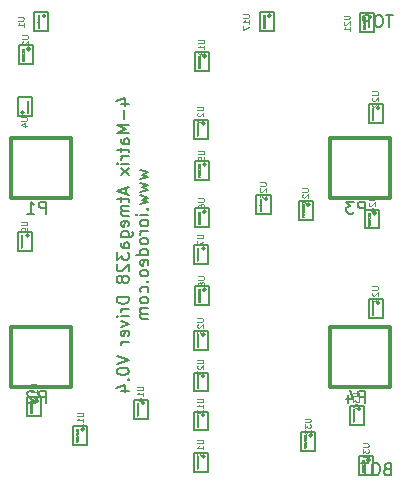
<source format=gbo>
G04 (created by PCBNEW (2013-jul-07)-stable) date Tue 09 Aug 2016 05:48:41 PM PDT*
%MOIN*%
G04 Gerber Fmt 3.4, Leading zero omitted, Abs format*
%FSLAX34Y34*%
G01*
G70*
G90*
G04 APERTURE LIST*
%ADD10C,0.00590551*%
%ADD11C,0.008*%
%ADD12C,0.012*%
%ADD13C,0.004*%
%ADD14C,0.001*%
G04 APERTURE END LIST*
G54D10*
G54D11*
X33763Y-35022D02*
X33706Y-35041D01*
X33687Y-35060D01*
X33668Y-35098D01*
X33668Y-35155D01*
X33687Y-35193D01*
X33706Y-35212D01*
X33744Y-35231D01*
X33896Y-35231D01*
X33896Y-34831D01*
X33763Y-34831D01*
X33725Y-34850D01*
X33706Y-34870D01*
X33687Y-34908D01*
X33687Y-34946D01*
X33706Y-34984D01*
X33725Y-35003D01*
X33763Y-35022D01*
X33896Y-35022D01*
X33420Y-34831D02*
X33344Y-34831D01*
X33306Y-34850D01*
X33268Y-34889D01*
X33249Y-34965D01*
X33249Y-35098D01*
X33268Y-35174D01*
X33306Y-35212D01*
X33344Y-35231D01*
X33420Y-35231D01*
X33458Y-35212D01*
X33496Y-35174D01*
X33515Y-35098D01*
X33515Y-34965D01*
X33496Y-34889D01*
X33458Y-34850D01*
X33420Y-34831D01*
X33134Y-34831D02*
X32906Y-34831D01*
X33020Y-35231D02*
X33020Y-34831D01*
X33958Y-19891D02*
X33730Y-19891D01*
X33844Y-20291D02*
X33844Y-19891D01*
X33520Y-19891D02*
X33444Y-19891D01*
X33406Y-19910D01*
X33368Y-19949D01*
X33349Y-20025D01*
X33349Y-20158D01*
X33368Y-20234D01*
X33406Y-20272D01*
X33444Y-20291D01*
X33520Y-20291D01*
X33558Y-20272D01*
X33596Y-20234D01*
X33615Y-20158D01*
X33615Y-20025D01*
X33596Y-19949D01*
X33558Y-19910D01*
X33520Y-19891D01*
X33177Y-20291D02*
X33177Y-19891D01*
X33025Y-19891D01*
X32987Y-19910D01*
X32968Y-19930D01*
X32949Y-19968D01*
X32949Y-20025D01*
X32968Y-20063D01*
X32987Y-20082D01*
X33025Y-20101D01*
X33177Y-20101D01*
X24895Y-22854D02*
X25161Y-22854D01*
X24742Y-22759D02*
X25028Y-22663D01*
X25028Y-22911D01*
X25009Y-23063D02*
X25009Y-23368D01*
X25161Y-23559D02*
X24761Y-23559D01*
X25047Y-23692D01*
X24761Y-23825D01*
X25161Y-23825D01*
X25161Y-24187D02*
X24952Y-24187D01*
X24914Y-24168D01*
X24895Y-24130D01*
X24895Y-24054D01*
X24914Y-24016D01*
X25142Y-24187D02*
X25161Y-24149D01*
X25161Y-24054D01*
X25142Y-24016D01*
X25104Y-23997D01*
X25066Y-23997D01*
X25028Y-24016D01*
X25009Y-24054D01*
X25009Y-24149D01*
X24990Y-24187D01*
X24895Y-24320D02*
X24895Y-24473D01*
X24761Y-24378D02*
X25104Y-24378D01*
X25142Y-24397D01*
X25161Y-24435D01*
X25161Y-24473D01*
X25161Y-24606D02*
X24895Y-24606D01*
X24971Y-24606D02*
X24933Y-24625D01*
X24914Y-24644D01*
X24895Y-24682D01*
X24895Y-24720D01*
X25161Y-24854D02*
X24895Y-24854D01*
X24761Y-24854D02*
X24780Y-24835D01*
X24800Y-24854D01*
X24780Y-24873D01*
X24761Y-24854D01*
X24800Y-24854D01*
X25161Y-25006D02*
X24895Y-25216D01*
X24895Y-25006D02*
X25161Y-25216D01*
X25047Y-25654D02*
X25047Y-25844D01*
X25161Y-25616D02*
X24761Y-25749D01*
X25161Y-25882D01*
X24895Y-25959D02*
X24895Y-26111D01*
X24761Y-26016D02*
X25104Y-26016D01*
X25142Y-26035D01*
X25161Y-26073D01*
X25161Y-26111D01*
X25161Y-26244D02*
X24895Y-26244D01*
X24933Y-26244D02*
X24914Y-26263D01*
X24895Y-26301D01*
X24895Y-26359D01*
X24914Y-26397D01*
X24952Y-26416D01*
X25161Y-26416D01*
X24952Y-26416D02*
X24914Y-26435D01*
X24895Y-26473D01*
X24895Y-26530D01*
X24914Y-26568D01*
X24952Y-26587D01*
X25161Y-26587D01*
X25142Y-26930D02*
X25161Y-26892D01*
X25161Y-26816D01*
X25142Y-26778D01*
X25104Y-26759D01*
X24952Y-26759D01*
X24914Y-26778D01*
X24895Y-26816D01*
X24895Y-26892D01*
X24914Y-26930D01*
X24952Y-26949D01*
X24990Y-26949D01*
X25028Y-26759D01*
X24895Y-27292D02*
X25219Y-27292D01*
X25257Y-27273D01*
X25276Y-27254D01*
X25295Y-27216D01*
X25295Y-27159D01*
X25276Y-27120D01*
X25142Y-27292D02*
X25161Y-27254D01*
X25161Y-27178D01*
X25142Y-27140D01*
X25123Y-27120D01*
X25085Y-27101D01*
X24971Y-27101D01*
X24933Y-27120D01*
X24914Y-27140D01*
X24895Y-27178D01*
X24895Y-27254D01*
X24914Y-27292D01*
X25161Y-27654D02*
X24952Y-27654D01*
X24914Y-27635D01*
X24895Y-27597D01*
X24895Y-27520D01*
X24914Y-27482D01*
X25142Y-27654D02*
X25161Y-27616D01*
X25161Y-27520D01*
X25142Y-27482D01*
X25104Y-27463D01*
X25066Y-27463D01*
X25028Y-27482D01*
X25009Y-27520D01*
X25009Y-27616D01*
X24990Y-27654D01*
X24761Y-27806D02*
X24761Y-28054D01*
X24914Y-27920D01*
X24914Y-27978D01*
X24933Y-28016D01*
X24952Y-28035D01*
X24990Y-28054D01*
X25085Y-28054D01*
X25123Y-28035D01*
X25142Y-28016D01*
X25161Y-27978D01*
X25161Y-27863D01*
X25142Y-27825D01*
X25123Y-27806D01*
X24800Y-28206D02*
X24780Y-28225D01*
X24761Y-28263D01*
X24761Y-28359D01*
X24780Y-28397D01*
X24800Y-28416D01*
X24838Y-28435D01*
X24876Y-28435D01*
X24933Y-28416D01*
X25161Y-28187D01*
X25161Y-28435D01*
X24933Y-28663D02*
X24914Y-28625D01*
X24895Y-28606D01*
X24857Y-28587D01*
X24838Y-28587D01*
X24800Y-28606D01*
X24780Y-28625D01*
X24761Y-28663D01*
X24761Y-28740D01*
X24780Y-28778D01*
X24800Y-28797D01*
X24838Y-28816D01*
X24857Y-28816D01*
X24895Y-28797D01*
X24914Y-28778D01*
X24933Y-28740D01*
X24933Y-28663D01*
X24952Y-28625D01*
X24971Y-28606D01*
X25009Y-28587D01*
X25085Y-28587D01*
X25123Y-28606D01*
X25142Y-28625D01*
X25161Y-28663D01*
X25161Y-28740D01*
X25142Y-28778D01*
X25123Y-28797D01*
X25085Y-28816D01*
X25009Y-28816D01*
X24971Y-28797D01*
X24952Y-28778D01*
X24933Y-28740D01*
X25161Y-29292D02*
X24761Y-29292D01*
X24761Y-29387D01*
X24780Y-29444D01*
X24819Y-29482D01*
X24857Y-29501D01*
X24933Y-29520D01*
X24990Y-29520D01*
X25066Y-29501D01*
X25104Y-29482D01*
X25142Y-29444D01*
X25161Y-29387D01*
X25161Y-29292D01*
X25161Y-29692D02*
X24895Y-29692D01*
X24971Y-29692D02*
X24933Y-29711D01*
X24914Y-29730D01*
X24895Y-29768D01*
X24895Y-29806D01*
X25161Y-29940D02*
X24895Y-29940D01*
X24761Y-29940D02*
X24780Y-29920D01*
X24800Y-29940D01*
X24780Y-29959D01*
X24761Y-29940D01*
X24800Y-29940D01*
X24895Y-30092D02*
X25161Y-30187D01*
X24895Y-30282D01*
X25142Y-30587D02*
X25161Y-30549D01*
X25161Y-30473D01*
X25142Y-30435D01*
X25104Y-30416D01*
X24952Y-30416D01*
X24914Y-30435D01*
X24895Y-30473D01*
X24895Y-30549D01*
X24914Y-30587D01*
X24952Y-30606D01*
X24990Y-30606D01*
X25028Y-30416D01*
X25161Y-30778D02*
X24895Y-30778D01*
X24971Y-30778D02*
X24933Y-30797D01*
X24914Y-30816D01*
X24895Y-30854D01*
X24895Y-30892D01*
X24761Y-31273D02*
X25161Y-31406D01*
X24761Y-31540D01*
X24761Y-31749D02*
X24761Y-31787D01*
X24780Y-31825D01*
X24800Y-31844D01*
X24838Y-31863D01*
X24914Y-31882D01*
X25009Y-31882D01*
X25085Y-31863D01*
X25123Y-31844D01*
X25142Y-31825D01*
X25161Y-31787D01*
X25161Y-31749D01*
X25142Y-31711D01*
X25123Y-31692D01*
X25085Y-31673D01*
X25009Y-31654D01*
X24914Y-31654D01*
X24838Y-31673D01*
X24800Y-31692D01*
X24780Y-31711D01*
X24761Y-31749D01*
X25123Y-32054D02*
X25142Y-32073D01*
X25161Y-32054D01*
X25142Y-32035D01*
X25123Y-32054D01*
X25161Y-32054D01*
X24895Y-32416D02*
X25161Y-32416D01*
X24742Y-32320D02*
X25028Y-32225D01*
X25028Y-32473D01*
X25535Y-25063D02*
X25801Y-25140D01*
X25611Y-25216D01*
X25801Y-25292D01*
X25535Y-25368D01*
X25535Y-25482D02*
X25801Y-25559D01*
X25611Y-25635D01*
X25801Y-25711D01*
X25535Y-25787D01*
X25535Y-25901D02*
X25801Y-25978D01*
X25611Y-26054D01*
X25801Y-26130D01*
X25535Y-26206D01*
X25763Y-26359D02*
X25782Y-26378D01*
X25801Y-26359D01*
X25782Y-26340D01*
X25763Y-26359D01*
X25801Y-26359D01*
X25801Y-26549D02*
X25535Y-26549D01*
X25401Y-26549D02*
X25420Y-26530D01*
X25440Y-26549D01*
X25420Y-26568D01*
X25401Y-26549D01*
X25440Y-26549D01*
X25801Y-26797D02*
X25782Y-26759D01*
X25763Y-26740D01*
X25725Y-26720D01*
X25611Y-26720D01*
X25573Y-26740D01*
X25554Y-26759D01*
X25535Y-26797D01*
X25535Y-26854D01*
X25554Y-26892D01*
X25573Y-26911D01*
X25611Y-26930D01*
X25725Y-26930D01*
X25763Y-26911D01*
X25782Y-26892D01*
X25801Y-26854D01*
X25801Y-26797D01*
X25801Y-27101D02*
X25535Y-27101D01*
X25611Y-27101D02*
X25573Y-27120D01*
X25554Y-27140D01*
X25535Y-27178D01*
X25535Y-27216D01*
X25801Y-27406D02*
X25782Y-27368D01*
X25763Y-27349D01*
X25725Y-27330D01*
X25611Y-27330D01*
X25573Y-27349D01*
X25554Y-27368D01*
X25535Y-27406D01*
X25535Y-27463D01*
X25554Y-27501D01*
X25573Y-27520D01*
X25611Y-27540D01*
X25725Y-27540D01*
X25763Y-27520D01*
X25782Y-27501D01*
X25801Y-27463D01*
X25801Y-27406D01*
X25801Y-27882D02*
X25401Y-27882D01*
X25782Y-27882D02*
X25801Y-27844D01*
X25801Y-27768D01*
X25782Y-27730D01*
X25763Y-27711D01*
X25725Y-27692D01*
X25611Y-27692D01*
X25573Y-27711D01*
X25554Y-27730D01*
X25535Y-27768D01*
X25535Y-27844D01*
X25554Y-27882D01*
X25782Y-28225D02*
X25801Y-28187D01*
X25801Y-28111D01*
X25782Y-28073D01*
X25744Y-28054D01*
X25592Y-28054D01*
X25554Y-28073D01*
X25535Y-28111D01*
X25535Y-28187D01*
X25554Y-28225D01*
X25592Y-28244D01*
X25630Y-28244D01*
X25668Y-28054D01*
X25801Y-28473D02*
X25782Y-28435D01*
X25763Y-28416D01*
X25725Y-28397D01*
X25611Y-28397D01*
X25573Y-28416D01*
X25554Y-28435D01*
X25535Y-28473D01*
X25535Y-28530D01*
X25554Y-28568D01*
X25573Y-28587D01*
X25611Y-28606D01*
X25725Y-28606D01*
X25763Y-28587D01*
X25782Y-28568D01*
X25801Y-28530D01*
X25801Y-28473D01*
X25763Y-28778D02*
X25782Y-28797D01*
X25801Y-28778D01*
X25782Y-28759D01*
X25763Y-28778D01*
X25801Y-28778D01*
X25782Y-29140D02*
X25801Y-29101D01*
X25801Y-29025D01*
X25782Y-28987D01*
X25763Y-28968D01*
X25725Y-28949D01*
X25611Y-28949D01*
X25573Y-28968D01*
X25554Y-28987D01*
X25535Y-29025D01*
X25535Y-29101D01*
X25554Y-29140D01*
X25801Y-29368D02*
X25782Y-29330D01*
X25763Y-29311D01*
X25725Y-29292D01*
X25611Y-29292D01*
X25573Y-29311D01*
X25554Y-29330D01*
X25535Y-29368D01*
X25535Y-29425D01*
X25554Y-29463D01*
X25573Y-29482D01*
X25611Y-29501D01*
X25725Y-29501D01*
X25763Y-29482D01*
X25782Y-29463D01*
X25801Y-29425D01*
X25801Y-29368D01*
X25801Y-29673D02*
X25535Y-29673D01*
X25573Y-29673D02*
X25554Y-29692D01*
X25535Y-29730D01*
X25535Y-29787D01*
X25554Y-29825D01*
X25592Y-29844D01*
X25801Y-29844D01*
X25592Y-29844D02*
X25554Y-29863D01*
X25535Y-29901D01*
X25535Y-29959D01*
X25554Y-29997D01*
X25592Y-30016D01*
X25801Y-30016D01*
G54D12*
X21244Y-26000D02*
X23244Y-26000D01*
X23244Y-26000D02*
X23244Y-24000D01*
X23244Y-24000D02*
X21244Y-24000D01*
X21244Y-24000D02*
X21244Y-26000D01*
X21244Y-32299D02*
X23244Y-32299D01*
X23244Y-32299D02*
X23244Y-30299D01*
X23244Y-30299D02*
X21244Y-30299D01*
X21244Y-30299D02*
X21244Y-32299D01*
X31874Y-26000D02*
X33874Y-26000D01*
X33874Y-26000D02*
X33874Y-24000D01*
X33874Y-24000D02*
X31874Y-24000D01*
X31874Y-24000D02*
X31874Y-26000D01*
X31874Y-32299D02*
X33874Y-32299D01*
X33874Y-32299D02*
X33874Y-30299D01*
X33874Y-30299D02*
X31874Y-30299D01*
X31874Y-30299D02*
X31874Y-32299D01*
G54D10*
X27732Y-21259D02*
G75*
G03X27732Y-21259I-55J0D01*
G74*
G01*
X27362Y-21771D02*
X27834Y-21771D01*
X27834Y-21771D02*
X27834Y-21141D01*
X27834Y-21141D02*
X27362Y-21141D01*
X27362Y-21141D02*
X27362Y-21771D01*
X29898Y-19921D02*
G75*
G03X29898Y-19921I-55J0D01*
G74*
G01*
X29527Y-20433D02*
X30000Y-20433D01*
X30000Y-20433D02*
X30000Y-19803D01*
X30000Y-19803D02*
X29527Y-19803D01*
X29527Y-19803D02*
X29527Y-20433D01*
X31276Y-33897D02*
G75*
G03X31276Y-33897I-55J0D01*
G74*
G01*
X30905Y-34409D02*
X31377Y-34409D01*
X31377Y-34409D02*
X31377Y-33779D01*
X31377Y-33779D02*
X30905Y-33779D01*
X30905Y-33779D02*
X30905Y-34409D01*
X33205Y-34724D02*
G75*
G03X33205Y-34724I-55J0D01*
G74*
G01*
X32834Y-35236D02*
X33307Y-35236D01*
X33307Y-35236D02*
X33307Y-34606D01*
X33307Y-34606D02*
X32834Y-34606D01*
X32834Y-34606D02*
X32834Y-35236D01*
X32890Y-33031D02*
G75*
G03X32890Y-33031I-55J0D01*
G74*
G01*
X32519Y-33543D02*
X32992Y-33543D01*
X32992Y-33543D02*
X32992Y-32913D01*
X32992Y-32913D02*
X32519Y-32913D01*
X32519Y-32913D02*
X32519Y-33543D01*
X33520Y-29488D02*
G75*
G03X33520Y-29488I-55J0D01*
G74*
G01*
X33149Y-30000D02*
X33622Y-30000D01*
X33622Y-30000D02*
X33622Y-29370D01*
X33622Y-29370D02*
X33149Y-29370D01*
X33149Y-29370D02*
X33149Y-30000D01*
X27693Y-31929D02*
G75*
G03X27693Y-31929I-55J0D01*
G74*
G01*
X27322Y-32440D02*
X27795Y-32440D01*
X27795Y-32440D02*
X27795Y-31811D01*
X27795Y-31811D02*
X27322Y-31811D01*
X27322Y-31811D02*
X27322Y-32440D01*
X27693Y-30551D02*
G75*
G03X27693Y-30551I-55J0D01*
G74*
G01*
X27322Y-31062D02*
X27795Y-31062D01*
X27795Y-31062D02*
X27795Y-30433D01*
X27795Y-30433D02*
X27322Y-30433D01*
X27322Y-30433D02*
X27322Y-31062D01*
X29780Y-26023D02*
G75*
G03X29780Y-26023I-55J0D01*
G74*
G01*
X29409Y-26535D02*
X29881Y-26535D01*
X29881Y-26535D02*
X29881Y-25905D01*
X29881Y-25905D02*
X29409Y-25905D01*
X29409Y-25905D02*
X29409Y-26535D01*
X33402Y-26496D02*
G75*
G03X33402Y-26496I-55J0D01*
G74*
G01*
X33031Y-27007D02*
X33503Y-27007D01*
X33503Y-27007D02*
X33503Y-26377D01*
X33503Y-26377D02*
X33031Y-26377D01*
X33031Y-26377D02*
X33031Y-27007D01*
X31197Y-26220D02*
G75*
G03X31197Y-26220I-55J0D01*
G74*
G01*
X30826Y-26732D02*
X31299Y-26732D01*
X31299Y-26732D02*
X31299Y-26102D01*
X31299Y-26102D02*
X30826Y-26102D01*
X30826Y-26102D02*
X30826Y-26732D01*
X33520Y-22992D02*
G75*
G03X33520Y-22992I-55J0D01*
G74*
G01*
X33149Y-23503D02*
X33622Y-23503D01*
X33622Y-23503D02*
X33622Y-22874D01*
X33622Y-22874D02*
X33149Y-22874D01*
X33149Y-22874D02*
X33149Y-23503D01*
X33244Y-19960D02*
G75*
G03X33244Y-19960I-55J0D01*
G74*
G01*
X32874Y-20472D02*
X33346Y-20472D01*
X33346Y-20472D02*
X33346Y-19842D01*
X33346Y-19842D02*
X32874Y-19842D01*
X32874Y-19842D02*
X32874Y-20472D01*
X27693Y-23503D02*
G75*
G03X27693Y-23503I-55J0D01*
G74*
G01*
X27322Y-24015D02*
X27795Y-24015D01*
X27795Y-24015D02*
X27795Y-23385D01*
X27795Y-23385D02*
X27322Y-23385D01*
X27322Y-23385D02*
X27322Y-24015D01*
X22378Y-19921D02*
G75*
G03X22378Y-19921I-55J0D01*
G74*
G01*
X22007Y-20433D02*
X22480Y-20433D01*
X22480Y-20433D02*
X22480Y-19803D01*
X22480Y-19803D02*
X22007Y-19803D01*
X22007Y-19803D02*
X22007Y-20433D01*
X27693Y-34606D02*
G75*
G03X27693Y-34606I-55J0D01*
G74*
G01*
X27322Y-35118D02*
X27795Y-35118D01*
X27795Y-35118D02*
X27795Y-34488D01*
X27795Y-34488D02*
X27322Y-34488D01*
X27322Y-34488D02*
X27322Y-35118D01*
X25685Y-32834D02*
G75*
G03X25685Y-32834I-55J0D01*
G74*
G01*
X25314Y-33346D02*
X25787Y-33346D01*
X25787Y-33346D02*
X25787Y-32716D01*
X25787Y-32716D02*
X25314Y-32716D01*
X25314Y-32716D02*
X25314Y-33346D01*
X27693Y-33228D02*
G75*
G03X27693Y-33228I-55J0D01*
G74*
G01*
X27322Y-33740D02*
X27795Y-33740D01*
X27795Y-33740D02*
X27795Y-33110D01*
X27795Y-33110D02*
X27322Y-33110D01*
X27322Y-33110D02*
X27322Y-33740D01*
X22142Y-32755D02*
G75*
G03X22142Y-32755I-55J0D01*
G74*
G01*
X21771Y-33267D02*
X22244Y-33267D01*
X22244Y-33267D02*
X22244Y-32637D01*
X22244Y-32637D02*
X21771Y-32637D01*
X21771Y-32637D02*
X21771Y-33267D01*
X23677Y-33700D02*
G75*
G03X23677Y-33700I-55J0D01*
G74*
G01*
X23307Y-34212D02*
X23779Y-34212D01*
X23779Y-34212D02*
X23779Y-33582D01*
X23779Y-33582D02*
X23307Y-33582D01*
X23307Y-33582D02*
X23307Y-34212D01*
X21827Y-27244D02*
G75*
G03X21827Y-27244I-55J0D01*
G74*
G01*
X21456Y-27755D02*
X21929Y-27755D01*
X21929Y-27755D02*
X21929Y-27125D01*
X21929Y-27125D02*
X21456Y-27125D01*
X21456Y-27125D02*
X21456Y-27755D01*
X27732Y-29055D02*
G75*
G03X27732Y-29055I-55J0D01*
G74*
G01*
X27362Y-29566D02*
X27834Y-29566D01*
X27834Y-29566D02*
X27834Y-28937D01*
X27834Y-28937D02*
X27362Y-28937D01*
X27362Y-28937D02*
X27362Y-29566D01*
X27693Y-27677D02*
G75*
G03X27693Y-27677I-55J0D01*
G74*
G01*
X27322Y-28188D02*
X27795Y-28188D01*
X27795Y-28188D02*
X27795Y-27559D01*
X27795Y-27559D02*
X27322Y-27559D01*
X27322Y-27559D02*
X27322Y-28188D01*
X27732Y-26456D02*
G75*
G03X27732Y-26456I-55J0D01*
G74*
G01*
X27362Y-26968D02*
X27834Y-26968D01*
X27834Y-26968D02*
X27834Y-26338D01*
X27834Y-26338D02*
X27362Y-26338D01*
X27362Y-26338D02*
X27362Y-26968D01*
X27732Y-24881D02*
G75*
G03X27732Y-24881I-55J0D01*
G74*
G01*
X27362Y-25393D02*
X27834Y-25393D01*
X27834Y-25393D02*
X27834Y-24763D01*
X27834Y-24763D02*
X27362Y-24763D01*
X27362Y-24763D02*
X27362Y-25393D01*
X21669Y-23149D02*
G75*
G03X21669Y-23149I-55J0D01*
G74*
G01*
X21929Y-22637D02*
X21456Y-22637D01*
X21456Y-22637D02*
X21456Y-23267D01*
X21456Y-23267D02*
X21929Y-23267D01*
X21929Y-23267D02*
X21929Y-22637D01*
X21866Y-21023D02*
G75*
G03X21866Y-21023I-55J0D01*
G74*
G01*
X21496Y-21535D02*
X21968Y-21535D01*
X21968Y-21535D02*
X21968Y-20905D01*
X21968Y-20905D02*
X21496Y-20905D01*
X21496Y-20905D02*
X21496Y-21535D01*
G54D11*
X22389Y-26511D02*
X22389Y-26111D01*
X22236Y-26111D01*
X22198Y-26130D01*
X22179Y-26150D01*
X22160Y-26188D01*
X22160Y-26245D01*
X22179Y-26283D01*
X22198Y-26302D01*
X22236Y-26321D01*
X22389Y-26321D01*
X21779Y-26511D02*
X22008Y-26511D01*
X21894Y-26511D02*
X21894Y-26111D01*
X21932Y-26169D01*
X21970Y-26207D01*
X22008Y-26226D01*
X22389Y-32811D02*
X22389Y-32411D01*
X22236Y-32411D01*
X22198Y-32430D01*
X22179Y-32449D01*
X22160Y-32487D01*
X22160Y-32544D01*
X22179Y-32582D01*
X22198Y-32601D01*
X22236Y-32620D01*
X22389Y-32620D01*
X22008Y-32449D02*
X21989Y-32430D01*
X21951Y-32411D01*
X21855Y-32411D01*
X21817Y-32430D01*
X21798Y-32449D01*
X21779Y-32487D01*
X21779Y-32525D01*
X21798Y-32582D01*
X22027Y-32811D01*
X21779Y-32811D01*
X33019Y-26511D02*
X33019Y-26111D01*
X32866Y-26111D01*
X32828Y-26130D01*
X32809Y-26150D01*
X32790Y-26188D01*
X32790Y-26245D01*
X32809Y-26283D01*
X32828Y-26302D01*
X32866Y-26321D01*
X33019Y-26321D01*
X32657Y-26111D02*
X32409Y-26111D01*
X32543Y-26264D01*
X32485Y-26264D01*
X32447Y-26283D01*
X32428Y-26302D01*
X32409Y-26340D01*
X32409Y-26435D01*
X32428Y-26473D01*
X32447Y-26492D01*
X32485Y-26511D01*
X32600Y-26511D01*
X32638Y-26492D01*
X32657Y-26473D01*
X33019Y-32811D02*
X33019Y-32411D01*
X32866Y-32411D01*
X32828Y-32430D01*
X32809Y-32449D01*
X32790Y-32487D01*
X32790Y-32544D01*
X32809Y-32582D01*
X32828Y-32601D01*
X32866Y-32620D01*
X33019Y-32620D01*
X32447Y-32544D02*
X32447Y-32811D01*
X32543Y-32392D02*
X32638Y-32677D01*
X32390Y-32677D01*
G54D13*
X27479Y-20709D02*
X27641Y-20709D01*
X27660Y-20718D01*
X27669Y-20728D01*
X27679Y-20747D01*
X27679Y-20785D01*
X27669Y-20804D01*
X27660Y-20813D01*
X27641Y-20823D01*
X27479Y-20823D01*
X27679Y-21023D02*
X27679Y-20909D01*
X27679Y-20966D02*
X27479Y-20966D01*
X27507Y-20947D01*
X27526Y-20928D01*
X27536Y-20909D01*
X27565Y-21137D02*
X27555Y-21118D01*
X27546Y-21109D01*
X27526Y-21099D01*
X27517Y-21099D01*
X27498Y-21109D01*
X27488Y-21118D01*
X27479Y-21137D01*
X27479Y-21175D01*
X27488Y-21194D01*
X27498Y-21204D01*
X27517Y-21213D01*
X27526Y-21213D01*
X27546Y-21204D01*
X27555Y-21194D01*
X27565Y-21175D01*
X27565Y-21137D01*
X27574Y-21118D01*
X27584Y-21109D01*
X27603Y-21099D01*
X27641Y-21099D01*
X27660Y-21109D01*
X27669Y-21118D01*
X27679Y-21137D01*
X27679Y-21175D01*
X27669Y-21194D01*
X27660Y-21204D01*
X27641Y-21213D01*
X27603Y-21213D01*
X27584Y-21204D01*
X27574Y-21194D01*
X27565Y-21175D01*
G54D14*
X27518Y-21247D02*
X27468Y-21247D01*
X27468Y-21259D01*
X27471Y-21266D01*
X27475Y-21270D01*
X27480Y-21273D01*
X27490Y-21275D01*
X27497Y-21275D01*
X27506Y-21273D01*
X27511Y-21270D01*
X27516Y-21266D01*
X27518Y-21259D01*
X27518Y-21247D01*
X27518Y-21297D02*
X27468Y-21297D01*
X27504Y-21313D01*
X27468Y-21330D01*
X27518Y-21330D01*
X27513Y-21382D02*
X27516Y-21380D01*
X27518Y-21373D01*
X27518Y-21368D01*
X27516Y-21361D01*
X27511Y-21356D01*
X27506Y-21354D01*
X27497Y-21351D01*
X27490Y-21351D01*
X27480Y-21354D01*
X27475Y-21356D01*
X27471Y-21361D01*
X27468Y-21368D01*
X27468Y-21373D01*
X27471Y-21380D01*
X27473Y-21382D01*
X27473Y-21401D02*
X27471Y-21404D01*
X27468Y-21409D01*
X27468Y-21420D01*
X27471Y-21425D01*
X27473Y-21428D01*
X27478Y-21430D01*
X27482Y-21430D01*
X27490Y-21428D01*
X27518Y-21399D01*
X27518Y-21430D01*
X27485Y-21473D02*
X27518Y-21473D01*
X27466Y-21461D02*
X27501Y-21449D01*
X27501Y-21480D01*
X27468Y-21509D02*
X27468Y-21513D01*
X27471Y-21518D01*
X27473Y-21520D01*
X27478Y-21523D01*
X27487Y-21525D01*
X27499Y-21525D01*
X27509Y-21523D01*
X27513Y-21520D01*
X27516Y-21518D01*
X27518Y-21513D01*
X27518Y-21509D01*
X27516Y-21504D01*
X27513Y-21501D01*
X27509Y-21499D01*
X27499Y-21497D01*
X27487Y-21497D01*
X27478Y-21499D01*
X27473Y-21501D01*
X27471Y-21504D01*
X27468Y-21509D01*
X27468Y-21556D02*
X27468Y-21561D01*
X27471Y-21566D01*
X27473Y-21568D01*
X27478Y-21570D01*
X27487Y-21573D01*
X27499Y-21573D01*
X27509Y-21570D01*
X27513Y-21568D01*
X27516Y-21566D01*
X27518Y-21561D01*
X27518Y-21556D01*
X27516Y-21551D01*
X27513Y-21549D01*
X27509Y-21547D01*
X27499Y-21544D01*
X27487Y-21544D01*
X27478Y-21547D01*
X27473Y-21549D01*
X27471Y-21551D01*
X27468Y-21556D01*
X27468Y-21594D02*
X27509Y-21594D01*
X27513Y-21597D01*
X27516Y-21599D01*
X27518Y-21604D01*
X27518Y-21613D01*
X27516Y-21618D01*
X27513Y-21620D01*
X27509Y-21623D01*
X27468Y-21623D01*
X27468Y-21640D02*
X27518Y-21656D01*
X27468Y-21673D01*
G54D13*
X28975Y-19870D02*
X29137Y-19870D01*
X29156Y-19880D01*
X29165Y-19889D01*
X29175Y-19908D01*
X29175Y-19946D01*
X29165Y-19965D01*
X29156Y-19975D01*
X29137Y-19984D01*
X28975Y-19984D01*
X29175Y-20184D02*
X29175Y-20070D01*
X29175Y-20127D02*
X28975Y-20127D01*
X29004Y-20108D01*
X29023Y-20089D01*
X29032Y-20070D01*
X28975Y-20251D02*
X28975Y-20384D01*
X29175Y-20299D01*
G54D14*
X29684Y-19908D02*
X29634Y-19908D01*
X29634Y-19920D01*
X29636Y-19927D01*
X29641Y-19932D01*
X29645Y-19934D01*
X29655Y-19937D01*
X29662Y-19937D01*
X29672Y-19934D01*
X29676Y-19932D01*
X29681Y-19927D01*
X29684Y-19920D01*
X29684Y-19908D01*
X29684Y-19958D02*
X29634Y-19958D01*
X29669Y-19975D01*
X29634Y-19991D01*
X29684Y-19991D01*
X29679Y-20044D02*
X29681Y-20041D01*
X29684Y-20034D01*
X29684Y-20030D01*
X29681Y-20022D01*
X29676Y-20018D01*
X29672Y-20015D01*
X29662Y-20013D01*
X29655Y-20013D01*
X29645Y-20015D01*
X29641Y-20018D01*
X29636Y-20022D01*
X29634Y-20030D01*
X29634Y-20034D01*
X29636Y-20041D01*
X29638Y-20044D01*
X29638Y-20063D02*
X29636Y-20065D01*
X29634Y-20070D01*
X29634Y-20082D01*
X29636Y-20087D01*
X29638Y-20089D01*
X29643Y-20091D01*
X29648Y-20091D01*
X29655Y-20089D01*
X29684Y-20060D01*
X29684Y-20091D01*
X29650Y-20134D02*
X29684Y-20134D01*
X29631Y-20122D02*
X29667Y-20110D01*
X29667Y-20141D01*
X29634Y-20170D02*
X29634Y-20175D01*
X29636Y-20180D01*
X29638Y-20182D01*
X29643Y-20184D01*
X29653Y-20187D01*
X29664Y-20187D01*
X29674Y-20184D01*
X29679Y-20182D01*
X29681Y-20180D01*
X29684Y-20175D01*
X29684Y-20170D01*
X29681Y-20165D01*
X29679Y-20163D01*
X29674Y-20160D01*
X29664Y-20158D01*
X29653Y-20158D01*
X29643Y-20160D01*
X29638Y-20163D01*
X29636Y-20165D01*
X29634Y-20170D01*
X29634Y-20218D02*
X29634Y-20222D01*
X29636Y-20227D01*
X29638Y-20230D01*
X29643Y-20232D01*
X29653Y-20234D01*
X29664Y-20234D01*
X29674Y-20232D01*
X29679Y-20230D01*
X29681Y-20227D01*
X29684Y-20222D01*
X29684Y-20218D01*
X29681Y-20213D01*
X29679Y-20210D01*
X29674Y-20208D01*
X29664Y-20206D01*
X29653Y-20206D01*
X29643Y-20208D01*
X29638Y-20210D01*
X29636Y-20213D01*
X29634Y-20218D01*
X29634Y-20256D02*
X29674Y-20256D01*
X29679Y-20258D01*
X29681Y-20260D01*
X29684Y-20265D01*
X29684Y-20275D01*
X29681Y-20280D01*
X29679Y-20282D01*
X29674Y-20284D01*
X29634Y-20284D01*
X29634Y-20301D02*
X29684Y-20318D01*
X29634Y-20334D01*
G54D13*
X31022Y-33346D02*
X31184Y-33346D01*
X31203Y-33356D01*
X31213Y-33365D01*
X31222Y-33384D01*
X31222Y-33423D01*
X31213Y-33442D01*
X31203Y-33451D01*
X31184Y-33461D01*
X31022Y-33461D01*
X31022Y-33537D02*
X31022Y-33661D01*
X31098Y-33594D01*
X31098Y-33623D01*
X31108Y-33642D01*
X31117Y-33651D01*
X31136Y-33661D01*
X31184Y-33661D01*
X31203Y-33651D01*
X31213Y-33642D01*
X31222Y-33623D01*
X31222Y-33565D01*
X31213Y-33546D01*
X31203Y-33537D01*
X31041Y-33737D02*
X31032Y-33746D01*
X31022Y-33765D01*
X31022Y-33813D01*
X31032Y-33832D01*
X31041Y-33842D01*
X31060Y-33851D01*
X31079Y-33851D01*
X31108Y-33842D01*
X31222Y-33727D01*
X31222Y-33851D01*
G54D14*
X31061Y-33884D02*
X31011Y-33884D01*
X31011Y-33896D01*
X31014Y-33904D01*
X31019Y-33908D01*
X31023Y-33911D01*
X31033Y-33913D01*
X31040Y-33913D01*
X31050Y-33911D01*
X31054Y-33908D01*
X31059Y-33904D01*
X31061Y-33896D01*
X31061Y-33884D01*
X31061Y-33934D02*
X31011Y-33934D01*
X31047Y-33951D01*
X31011Y-33968D01*
X31061Y-33968D01*
X31057Y-34020D02*
X31059Y-34018D01*
X31061Y-34011D01*
X31061Y-34006D01*
X31059Y-33999D01*
X31054Y-33994D01*
X31050Y-33992D01*
X31040Y-33989D01*
X31033Y-33989D01*
X31023Y-33992D01*
X31019Y-33994D01*
X31014Y-33999D01*
X31011Y-34006D01*
X31011Y-34011D01*
X31014Y-34018D01*
X31016Y-34020D01*
X31016Y-34039D02*
X31014Y-34042D01*
X31011Y-34046D01*
X31011Y-34058D01*
X31014Y-34063D01*
X31016Y-34065D01*
X31021Y-34068D01*
X31026Y-34068D01*
X31033Y-34065D01*
X31061Y-34037D01*
X31061Y-34068D01*
X31028Y-34111D02*
X31061Y-34111D01*
X31009Y-34099D02*
X31045Y-34087D01*
X31045Y-34118D01*
X31011Y-34146D02*
X31011Y-34151D01*
X31014Y-34156D01*
X31016Y-34158D01*
X31021Y-34161D01*
X31031Y-34163D01*
X31042Y-34163D01*
X31052Y-34161D01*
X31057Y-34158D01*
X31059Y-34156D01*
X31061Y-34151D01*
X31061Y-34146D01*
X31059Y-34142D01*
X31057Y-34139D01*
X31052Y-34137D01*
X31042Y-34134D01*
X31031Y-34134D01*
X31021Y-34137D01*
X31016Y-34139D01*
X31014Y-34142D01*
X31011Y-34146D01*
X31011Y-34194D02*
X31011Y-34199D01*
X31014Y-34204D01*
X31016Y-34206D01*
X31021Y-34208D01*
X31031Y-34211D01*
X31042Y-34211D01*
X31052Y-34208D01*
X31057Y-34206D01*
X31059Y-34204D01*
X31061Y-34199D01*
X31061Y-34194D01*
X31059Y-34189D01*
X31057Y-34187D01*
X31052Y-34184D01*
X31042Y-34182D01*
X31031Y-34182D01*
X31021Y-34184D01*
X31016Y-34187D01*
X31014Y-34189D01*
X31011Y-34194D01*
X31011Y-34232D02*
X31052Y-34232D01*
X31057Y-34234D01*
X31059Y-34237D01*
X31061Y-34242D01*
X31061Y-34251D01*
X31059Y-34256D01*
X31057Y-34258D01*
X31052Y-34261D01*
X31011Y-34261D01*
X31011Y-34277D02*
X31061Y-34294D01*
X31011Y-34311D01*
G54D13*
X32951Y-34173D02*
X33113Y-34173D01*
X33132Y-34183D01*
X33142Y-34192D01*
X33151Y-34211D01*
X33151Y-34249D01*
X33142Y-34268D01*
X33132Y-34278D01*
X33113Y-34287D01*
X32951Y-34287D01*
X32951Y-34364D02*
X32951Y-34487D01*
X33028Y-34421D01*
X33028Y-34449D01*
X33037Y-34468D01*
X33047Y-34478D01*
X33066Y-34487D01*
X33113Y-34487D01*
X33132Y-34478D01*
X33142Y-34468D01*
X33151Y-34449D01*
X33151Y-34392D01*
X33142Y-34373D01*
X33132Y-34364D01*
X33151Y-34678D02*
X33151Y-34564D01*
X33151Y-34621D02*
X32951Y-34621D01*
X32980Y-34602D01*
X32999Y-34583D01*
X33008Y-34564D01*
G54D14*
X32991Y-34711D02*
X32941Y-34711D01*
X32941Y-34723D01*
X32943Y-34730D01*
X32948Y-34735D01*
X32953Y-34737D01*
X32962Y-34740D01*
X32969Y-34740D01*
X32979Y-34737D01*
X32983Y-34735D01*
X32988Y-34730D01*
X32991Y-34723D01*
X32991Y-34711D01*
X32991Y-34761D02*
X32941Y-34761D01*
X32976Y-34778D01*
X32941Y-34795D01*
X32991Y-34795D01*
X32986Y-34847D02*
X32988Y-34845D01*
X32991Y-34837D01*
X32991Y-34833D01*
X32988Y-34826D01*
X32983Y-34821D01*
X32979Y-34818D01*
X32969Y-34816D01*
X32962Y-34816D01*
X32953Y-34818D01*
X32948Y-34821D01*
X32943Y-34826D01*
X32941Y-34833D01*
X32941Y-34837D01*
X32943Y-34845D01*
X32945Y-34847D01*
X32945Y-34866D02*
X32943Y-34868D01*
X32941Y-34873D01*
X32941Y-34885D01*
X32943Y-34890D01*
X32945Y-34892D01*
X32950Y-34895D01*
X32955Y-34895D01*
X32962Y-34892D01*
X32991Y-34864D01*
X32991Y-34895D01*
X32957Y-34937D02*
X32991Y-34937D01*
X32938Y-34926D02*
X32974Y-34914D01*
X32974Y-34945D01*
X32941Y-34973D02*
X32941Y-34978D01*
X32943Y-34983D01*
X32945Y-34985D01*
X32950Y-34987D01*
X32960Y-34990D01*
X32972Y-34990D01*
X32981Y-34987D01*
X32986Y-34985D01*
X32988Y-34983D01*
X32991Y-34978D01*
X32991Y-34973D01*
X32988Y-34968D01*
X32986Y-34966D01*
X32981Y-34964D01*
X32972Y-34961D01*
X32960Y-34961D01*
X32950Y-34964D01*
X32945Y-34966D01*
X32943Y-34968D01*
X32941Y-34973D01*
X32941Y-35021D02*
X32941Y-35026D01*
X32943Y-35030D01*
X32945Y-35033D01*
X32950Y-35035D01*
X32960Y-35037D01*
X32972Y-35037D01*
X32981Y-35035D01*
X32986Y-35033D01*
X32988Y-35030D01*
X32991Y-35026D01*
X32991Y-35021D01*
X32988Y-35016D01*
X32986Y-35014D01*
X32981Y-35011D01*
X32972Y-35009D01*
X32960Y-35009D01*
X32950Y-35011D01*
X32945Y-35014D01*
X32943Y-35016D01*
X32941Y-35021D01*
X32941Y-35059D02*
X32981Y-35059D01*
X32986Y-35061D01*
X32988Y-35064D01*
X32991Y-35068D01*
X32991Y-35078D01*
X32988Y-35083D01*
X32986Y-35085D01*
X32981Y-35087D01*
X32941Y-35087D01*
X32941Y-35104D02*
X32991Y-35121D01*
X32941Y-35137D01*
G54D13*
X32636Y-32480D02*
X32798Y-32480D01*
X32817Y-32490D01*
X32827Y-32499D01*
X32836Y-32518D01*
X32836Y-32556D01*
X32827Y-32575D01*
X32817Y-32585D01*
X32798Y-32595D01*
X32636Y-32595D01*
X32636Y-32671D02*
X32636Y-32795D01*
X32713Y-32728D01*
X32713Y-32756D01*
X32722Y-32775D01*
X32732Y-32785D01*
X32751Y-32795D01*
X32798Y-32795D01*
X32817Y-32785D01*
X32827Y-32775D01*
X32836Y-32756D01*
X32836Y-32699D01*
X32827Y-32680D01*
X32817Y-32671D01*
X32636Y-32918D02*
X32636Y-32937D01*
X32646Y-32956D01*
X32655Y-32966D01*
X32674Y-32975D01*
X32713Y-32985D01*
X32760Y-32985D01*
X32798Y-32975D01*
X32817Y-32966D01*
X32827Y-32956D01*
X32836Y-32937D01*
X32836Y-32918D01*
X32827Y-32899D01*
X32817Y-32890D01*
X32798Y-32880D01*
X32760Y-32871D01*
X32713Y-32871D01*
X32674Y-32880D01*
X32655Y-32890D01*
X32646Y-32899D01*
X32636Y-32918D01*
G54D14*
X32676Y-33018D02*
X32626Y-33018D01*
X32626Y-33030D01*
X32628Y-33037D01*
X32633Y-33042D01*
X32638Y-33045D01*
X32647Y-33047D01*
X32654Y-33047D01*
X32664Y-33045D01*
X32669Y-33042D01*
X32673Y-33037D01*
X32676Y-33030D01*
X32676Y-33018D01*
X32676Y-33068D02*
X32626Y-33068D01*
X32661Y-33085D01*
X32626Y-33102D01*
X32676Y-33102D01*
X32671Y-33154D02*
X32673Y-33152D01*
X32676Y-33145D01*
X32676Y-33140D01*
X32673Y-33133D01*
X32669Y-33128D01*
X32664Y-33125D01*
X32654Y-33123D01*
X32647Y-33123D01*
X32638Y-33125D01*
X32633Y-33128D01*
X32628Y-33133D01*
X32626Y-33140D01*
X32626Y-33145D01*
X32628Y-33152D01*
X32630Y-33154D01*
X32630Y-33173D02*
X32628Y-33175D01*
X32626Y-33180D01*
X32626Y-33192D01*
X32628Y-33197D01*
X32630Y-33199D01*
X32635Y-33202D01*
X32640Y-33202D01*
X32647Y-33199D01*
X32676Y-33171D01*
X32676Y-33202D01*
X32642Y-33245D02*
X32676Y-33245D01*
X32623Y-33233D02*
X32659Y-33221D01*
X32659Y-33252D01*
X32626Y-33280D02*
X32626Y-33285D01*
X32628Y-33290D01*
X32630Y-33292D01*
X32635Y-33295D01*
X32645Y-33297D01*
X32657Y-33297D01*
X32666Y-33295D01*
X32671Y-33292D01*
X32673Y-33290D01*
X32676Y-33285D01*
X32676Y-33280D01*
X32673Y-33275D01*
X32671Y-33273D01*
X32666Y-33271D01*
X32657Y-33268D01*
X32645Y-33268D01*
X32635Y-33271D01*
X32630Y-33273D01*
X32628Y-33275D01*
X32626Y-33280D01*
X32626Y-33328D02*
X32626Y-33333D01*
X32628Y-33337D01*
X32630Y-33340D01*
X32635Y-33342D01*
X32645Y-33345D01*
X32657Y-33345D01*
X32666Y-33342D01*
X32671Y-33340D01*
X32673Y-33337D01*
X32676Y-33333D01*
X32676Y-33328D01*
X32673Y-33323D01*
X32671Y-33321D01*
X32666Y-33318D01*
X32657Y-33316D01*
X32645Y-33316D01*
X32635Y-33318D01*
X32630Y-33321D01*
X32628Y-33323D01*
X32626Y-33328D01*
X32626Y-33366D02*
X32666Y-33366D01*
X32671Y-33368D01*
X32673Y-33371D01*
X32676Y-33375D01*
X32676Y-33385D01*
X32673Y-33390D01*
X32671Y-33392D01*
X32666Y-33395D01*
X32626Y-33395D01*
X32626Y-33411D02*
X32676Y-33428D01*
X32626Y-33445D01*
G54D13*
X33266Y-28937D02*
X33428Y-28937D01*
X33447Y-28946D01*
X33457Y-28956D01*
X33466Y-28975D01*
X33466Y-29013D01*
X33457Y-29032D01*
X33447Y-29042D01*
X33428Y-29051D01*
X33266Y-29051D01*
X33285Y-29137D02*
X33276Y-29146D01*
X33266Y-29165D01*
X33266Y-29213D01*
X33276Y-29232D01*
X33285Y-29242D01*
X33304Y-29251D01*
X33323Y-29251D01*
X33352Y-29242D01*
X33466Y-29127D01*
X33466Y-29251D01*
X33466Y-29346D02*
X33466Y-29385D01*
X33457Y-29404D01*
X33447Y-29413D01*
X33419Y-29432D01*
X33381Y-29442D01*
X33304Y-29442D01*
X33285Y-29432D01*
X33276Y-29423D01*
X33266Y-29404D01*
X33266Y-29365D01*
X33276Y-29346D01*
X33285Y-29337D01*
X33304Y-29327D01*
X33352Y-29327D01*
X33371Y-29337D01*
X33381Y-29346D01*
X33390Y-29365D01*
X33390Y-29404D01*
X33381Y-29423D01*
X33371Y-29432D01*
X33352Y-29442D01*
G54D14*
X33306Y-29475D02*
X33256Y-29475D01*
X33256Y-29487D01*
X33258Y-29494D01*
X33263Y-29499D01*
X33267Y-29501D01*
X33277Y-29504D01*
X33284Y-29504D01*
X33294Y-29501D01*
X33298Y-29499D01*
X33303Y-29494D01*
X33306Y-29487D01*
X33306Y-29475D01*
X33306Y-29525D02*
X33256Y-29525D01*
X33291Y-29542D01*
X33256Y-29558D01*
X33306Y-29558D01*
X33301Y-29611D02*
X33303Y-29608D01*
X33306Y-29601D01*
X33306Y-29596D01*
X33303Y-29589D01*
X33298Y-29585D01*
X33294Y-29582D01*
X33284Y-29580D01*
X33277Y-29580D01*
X33267Y-29582D01*
X33263Y-29585D01*
X33258Y-29589D01*
X33256Y-29596D01*
X33256Y-29601D01*
X33258Y-29608D01*
X33260Y-29611D01*
X33260Y-29630D02*
X33258Y-29632D01*
X33256Y-29637D01*
X33256Y-29649D01*
X33258Y-29654D01*
X33260Y-29656D01*
X33265Y-29658D01*
X33270Y-29658D01*
X33277Y-29656D01*
X33306Y-29627D01*
X33306Y-29658D01*
X33272Y-29701D02*
X33306Y-29701D01*
X33253Y-29689D02*
X33289Y-29677D01*
X33289Y-29708D01*
X33256Y-29737D02*
X33256Y-29742D01*
X33258Y-29746D01*
X33260Y-29749D01*
X33265Y-29751D01*
X33275Y-29754D01*
X33287Y-29754D01*
X33296Y-29751D01*
X33301Y-29749D01*
X33303Y-29746D01*
X33306Y-29742D01*
X33306Y-29737D01*
X33303Y-29732D01*
X33301Y-29730D01*
X33296Y-29727D01*
X33287Y-29725D01*
X33275Y-29725D01*
X33265Y-29727D01*
X33260Y-29730D01*
X33258Y-29732D01*
X33256Y-29737D01*
X33256Y-29785D02*
X33256Y-29789D01*
X33258Y-29794D01*
X33260Y-29796D01*
X33265Y-29799D01*
X33275Y-29801D01*
X33287Y-29801D01*
X33296Y-29799D01*
X33301Y-29796D01*
X33303Y-29794D01*
X33306Y-29789D01*
X33306Y-29785D01*
X33303Y-29780D01*
X33301Y-29777D01*
X33296Y-29775D01*
X33287Y-29773D01*
X33275Y-29773D01*
X33265Y-29775D01*
X33260Y-29777D01*
X33258Y-29780D01*
X33256Y-29785D01*
X33256Y-29823D02*
X33296Y-29823D01*
X33301Y-29825D01*
X33303Y-29827D01*
X33306Y-29832D01*
X33306Y-29842D01*
X33303Y-29846D01*
X33301Y-29849D01*
X33296Y-29851D01*
X33256Y-29851D01*
X33256Y-29868D02*
X33306Y-29885D01*
X33256Y-29901D01*
G54D13*
X27440Y-31378D02*
X27601Y-31378D01*
X27620Y-31387D01*
X27630Y-31397D01*
X27640Y-31416D01*
X27640Y-31454D01*
X27630Y-31473D01*
X27620Y-31483D01*
X27601Y-31492D01*
X27440Y-31492D01*
X27459Y-31578D02*
X27449Y-31587D01*
X27440Y-31606D01*
X27440Y-31654D01*
X27449Y-31673D01*
X27459Y-31683D01*
X27478Y-31692D01*
X27497Y-31692D01*
X27525Y-31683D01*
X27640Y-31568D01*
X27640Y-31692D01*
X27440Y-31759D02*
X27440Y-31892D01*
X27640Y-31806D01*
G54D14*
X27479Y-31916D02*
X27429Y-31916D01*
X27429Y-31928D01*
X27431Y-31935D01*
X27436Y-31940D01*
X27441Y-31942D01*
X27450Y-31945D01*
X27457Y-31945D01*
X27467Y-31942D01*
X27472Y-31940D01*
X27476Y-31935D01*
X27479Y-31928D01*
X27479Y-31916D01*
X27479Y-31966D02*
X27429Y-31966D01*
X27465Y-31983D01*
X27429Y-31999D01*
X27479Y-31999D01*
X27474Y-32052D02*
X27476Y-32049D01*
X27479Y-32042D01*
X27479Y-32037D01*
X27476Y-32030D01*
X27472Y-32025D01*
X27467Y-32023D01*
X27457Y-32021D01*
X27450Y-32021D01*
X27441Y-32023D01*
X27436Y-32025D01*
X27431Y-32030D01*
X27429Y-32037D01*
X27429Y-32042D01*
X27431Y-32049D01*
X27434Y-32052D01*
X27434Y-32071D02*
X27431Y-32073D01*
X27429Y-32078D01*
X27429Y-32090D01*
X27431Y-32095D01*
X27434Y-32097D01*
X27438Y-32099D01*
X27443Y-32099D01*
X27450Y-32097D01*
X27479Y-32068D01*
X27479Y-32099D01*
X27445Y-32142D02*
X27479Y-32142D01*
X27426Y-32130D02*
X27462Y-32118D01*
X27462Y-32149D01*
X27429Y-32178D02*
X27429Y-32183D01*
X27431Y-32187D01*
X27434Y-32190D01*
X27438Y-32192D01*
X27448Y-32195D01*
X27460Y-32195D01*
X27469Y-32192D01*
X27474Y-32190D01*
X27476Y-32187D01*
X27479Y-32183D01*
X27479Y-32178D01*
X27476Y-32173D01*
X27474Y-32171D01*
X27469Y-32168D01*
X27460Y-32166D01*
X27448Y-32166D01*
X27438Y-32168D01*
X27434Y-32171D01*
X27431Y-32173D01*
X27429Y-32178D01*
X27429Y-32225D02*
X27429Y-32230D01*
X27431Y-32235D01*
X27434Y-32237D01*
X27438Y-32240D01*
X27448Y-32242D01*
X27460Y-32242D01*
X27469Y-32240D01*
X27474Y-32237D01*
X27476Y-32235D01*
X27479Y-32230D01*
X27479Y-32225D01*
X27476Y-32221D01*
X27474Y-32218D01*
X27469Y-32216D01*
X27460Y-32214D01*
X27448Y-32214D01*
X27438Y-32216D01*
X27434Y-32218D01*
X27431Y-32221D01*
X27429Y-32225D01*
X27429Y-32264D02*
X27469Y-32264D01*
X27474Y-32266D01*
X27476Y-32268D01*
X27479Y-32273D01*
X27479Y-32283D01*
X27476Y-32287D01*
X27474Y-32290D01*
X27469Y-32292D01*
X27429Y-32292D01*
X27429Y-32309D02*
X27479Y-32325D01*
X27429Y-32342D01*
G54D13*
X27440Y-30000D02*
X27601Y-30000D01*
X27620Y-30009D01*
X27630Y-30019D01*
X27640Y-30038D01*
X27640Y-30076D01*
X27630Y-30095D01*
X27620Y-30105D01*
X27601Y-30114D01*
X27440Y-30114D01*
X27459Y-30200D02*
X27449Y-30209D01*
X27440Y-30228D01*
X27440Y-30276D01*
X27449Y-30295D01*
X27459Y-30305D01*
X27478Y-30314D01*
X27497Y-30314D01*
X27525Y-30305D01*
X27640Y-30190D01*
X27640Y-30314D01*
X27440Y-30486D02*
X27440Y-30448D01*
X27449Y-30428D01*
X27459Y-30419D01*
X27487Y-30400D01*
X27525Y-30390D01*
X27601Y-30390D01*
X27620Y-30400D01*
X27630Y-30409D01*
X27640Y-30428D01*
X27640Y-30467D01*
X27630Y-30486D01*
X27620Y-30495D01*
X27601Y-30505D01*
X27554Y-30505D01*
X27535Y-30495D01*
X27525Y-30486D01*
X27516Y-30467D01*
X27516Y-30428D01*
X27525Y-30409D01*
X27535Y-30400D01*
X27554Y-30390D01*
G54D14*
X27479Y-30538D02*
X27429Y-30538D01*
X27429Y-30550D01*
X27431Y-30557D01*
X27436Y-30562D01*
X27441Y-30564D01*
X27450Y-30567D01*
X27457Y-30567D01*
X27467Y-30564D01*
X27472Y-30562D01*
X27476Y-30557D01*
X27479Y-30550D01*
X27479Y-30538D01*
X27479Y-30588D02*
X27429Y-30588D01*
X27465Y-30605D01*
X27429Y-30621D01*
X27479Y-30621D01*
X27474Y-30674D02*
X27476Y-30671D01*
X27479Y-30664D01*
X27479Y-30659D01*
X27476Y-30652D01*
X27472Y-30648D01*
X27467Y-30645D01*
X27457Y-30643D01*
X27450Y-30643D01*
X27441Y-30645D01*
X27436Y-30648D01*
X27431Y-30652D01*
X27429Y-30659D01*
X27429Y-30664D01*
X27431Y-30671D01*
X27434Y-30674D01*
X27434Y-30693D02*
X27431Y-30695D01*
X27429Y-30700D01*
X27429Y-30712D01*
X27431Y-30717D01*
X27434Y-30719D01*
X27438Y-30721D01*
X27443Y-30721D01*
X27450Y-30719D01*
X27479Y-30690D01*
X27479Y-30721D01*
X27445Y-30764D02*
X27479Y-30764D01*
X27426Y-30752D02*
X27462Y-30740D01*
X27462Y-30771D01*
X27429Y-30800D02*
X27429Y-30805D01*
X27431Y-30809D01*
X27434Y-30812D01*
X27438Y-30814D01*
X27448Y-30817D01*
X27460Y-30817D01*
X27469Y-30814D01*
X27474Y-30812D01*
X27476Y-30809D01*
X27479Y-30805D01*
X27479Y-30800D01*
X27476Y-30795D01*
X27474Y-30793D01*
X27469Y-30790D01*
X27460Y-30788D01*
X27448Y-30788D01*
X27438Y-30790D01*
X27434Y-30793D01*
X27431Y-30795D01*
X27429Y-30800D01*
X27429Y-30848D02*
X27429Y-30852D01*
X27431Y-30857D01*
X27434Y-30859D01*
X27438Y-30862D01*
X27448Y-30864D01*
X27460Y-30864D01*
X27469Y-30862D01*
X27474Y-30859D01*
X27476Y-30857D01*
X27479Y-30852D01*
X27479Y-30848D01*
X27476Y-30843D01*
X27474Y-30840D01*
X27469Y-30838D01*
X27460Y-30836D01*
X27448Y-30836D01*
X27438Y-30838D01*
X27434Y-30840D01*
X27431Y-30843D01*
X27429Y-30848D01*
X27429Y-30886D02*
X27469Y-30886D01*
X27474Y-30888D01*
X27476Y-30890D01*
X27479Y-30895D01*
X27479Y-30905D01*
X27476Y-30909D01*
X27474Y-30912D01*
X27469Y-30914D01*
X27429Y-30914D01*
X27429Y-30931D02*
X27479Y-30948D01*
X27429Y-30964D01*
G54D13*
X29526Y-25472D02*
X29688Y-25472D01*
X29707Y-25482D01*
X29717Y-25491D01*
X29726Y-25510D01*
X29726Y-25549D01*
X29717Y-25568D01*
X29707Y-25577D01*
X29688Y-25587D01*
X29526Y-25587D01*
X29545Y-25672D02*
X29536Y-25682D01*
X29526Y-25701D01*
X29526Y-25749D01*
X29536Y-25768D01*
X29545Y-25777D01*
X29564Y-25787D01*
X29583Y-25787D01*
X29612Y-25777D01*
X29726Y-25663D01*
X29726Y-25787D01*
X29526Y-25968D02*
X29526Y-25872D01*
X29621Y-25863D01*
X29612Y-25872D01*
X29602Y-25891D01*
X29602Y-25939D01*
X29612Y-25958D01*
X29621Y-25968D01*
X29640Y-25977D01*
X29688Y-25977D01*
X29707Y-25968D01*
X29717Y-25958D01*
X29726Y-25939D01*
X29726Y-25891D01*
X29717Y-25872D01*
X29707Y-25863D01*
G54D14*
X29565Y-26010D02*
X29515Y-26010D01*
X29515Y-26022D01*
X29518Y-26029D01*
X29523Y-26034D01*
X29527Y-26037D01*
X29537Y-26039D01*
X29544Y-26039D01*
X29554Y-26037D01*
X29558Y-26034D01*
X29563Y-26029D01*
X29565Y-26022D01*
X29565Y-26010D01*
X29565Y-26060D02*
X29515Y-26060D01*
X29551Y-26077D01*
X29515Y-26094D01*
X29565Y-26094D01*
X29561Y-26146D02*
X29563Y-26144D01*
X29565Y-26137D01*
X29565Y-26132D01*
X29563Y-26125D01*
X29558Y-26120D01*
X29554Y-26118D01*
X29544Y-26115D01*
X29537Y-26115D01*
X29527Y-26118D01*
X29523Y-26120D01*
X29518Y-26125D01*
X29515Y-26132D01*
X29515Y-26137D01*
X29518Y-26144D01*
X29520Y-26146D01*
X29520Y-26165D02*
X29518Y-26168D01*
X29515Y-26172D01*
X29515Y-26184D01*
X29518Y-26189D01*
X29520Y-26191D01*
X29525Y-26194D01*
X29530Y-26194D01*
X29537Y-26191D01*
X29565Y-26163D01*
X29565Y-26194D01*
X29532Y-26237D02*
X29565Y-26237D01*
X29513Y-26225D02*
X29549Y-26213D01*
X29549Y-26244D01*
X29515Y-26272D02*
X29515Y-26277D01*
X29518Y-26282D01*
X29520Y-26284D01*
X29525Y-26287D01*
X29534Y-26289D01*
X29546Y-26289D01*
X29556Y-26287D01*
X29561Y-26284D01*
X29563Y-26282D01*
X29565Y-26277D01*
X29565Y-26272D01*
X29563Y-26268D01*
X29561Y-26265D01*
X29556Y-26263D01*
X29546Y-26260D01*
X29534Y-26260D01*
X29525Y-26263D01*
X29520Y-26265D01*
X29518Y-26268D01*
X29515Y-26272D01*
X29515Y-26320D02*
X29515Y-26325D01*
X29518Y-26329D01*
X29520Y-26332D01*
X29525Y-26334D01*
X29534Y-26337D01*
X29546Y-26337D01*
X29556Y-26334D01*
X29561Y-26332D01*
X29563Y-26329D01*
X29565Y-26325D01*
X29565Y-26320D01*
X29563Y-26315D01*
X29561Y-26313D01*
X29556Y-26310D01*
X29546Y-26308D01*
X29534Y-26308D01*
X29525Y-26310D01*
X29520Y-26313D01*
X29518Y-26315D01*
X29515Y-26320D01*
X29515Y-26358D02*
X29556Y-26358D01*
X29561Y-26360D01*
X29563Y-26363D01*
X29565Y-26368D01*
X29565Y-26377D01*
X29563Y-26382D01*
X29561Y-26384D01*
X29556Y-26387D01*
X29515Y-26387D01*
X29515Y-26403D02*
X29565Y-26420D01*
X29515Y-26437D01*
G54D13*
X33148Y-25945D02*
X33310Y-25945D01*
X33329Y-25954D01*
X33339Y-25964D01*
X33348Y-25983D01*
X33348Y-26021D01*
X33339Y-26040D01*
X33329Y-26050D01*
X33310Y-26059D01*
X33148Y-26059D01*
X33167Y-26145D02*
X33158Y-26154D01*
X33148Y-26173D01*
X33148Y-26221D01*
X33158Y-26240D01*
X33167Y-26250D01*
X33186Y-26259D01*
X33205Y-26259D01*
X33234Y-26250D01*
X33348Y-26135D01*
X33348Y-26259D01*
X33215Y-26431D02*
X33348Y-26431D01*
X33139Y-26383D02*
X33282Y-26335D01*
X33282Y-26459D01*
G54D14*
X33187Y-26483D02*
X33137Y-26483D01*
X33137Y-26495D01*
X33140Y-26502D01*
X33145Y-26507D01*
X33149Y-26509D01*
X33159Y-26511D01*
X33166Y-26511D01*
X33176Y-26509D01*
X33180Y-26507D01*
X33185Y-26502D01*
X33187Y-26495D01*
X33187Y-26483D01*
X33187Y-26533D02*
X33137Y-26533D01*
X33173Y-26550D01*
X33137Y-26566D01*
X33187Y-26566D01*
X33183Y-26619D02*
X33185Y-26616D01*
X33187Y-26609D01*
X33187Y-26604D01*
X33185Y-26597D01*
X33180Y-26592D01*
X33176Y-26590D01*
X33166Y-26588D01*
X33159Y-26588D01*
X33149Y-26590D01*
X33145Y-26592D01*
X33140Y-26597D01*
X33137Y-26604D01*
X33137Y-26609D01*
X33140Y-26616D01*
X33142Y-26619D01*
X33142Y-26638D02*
X33140Y-26640D01*
X33137Y-26645D01*
X33137Y-26657D01*
X33140Y-26661D01*
X33142Y-26664D01*
X33147Y-26666D01*
X33152Y-26666D01*
X33159Y-26664D01*
X33187Y-26635D01*
X33187Y-26666D01*
X33154Y-26709D02*
X33187Y-26709D01*
X33135Y-26697D02*
X33171Y-26685D01*
X33171Y-26716D01*
X33137Y-26745D02*
X33137Y-26750D01*
X33140Y-26754D01*
X33142Y-26757D01*
X33147Y-26759D01*
X33157Y-26761D01*
X33168Y-26761D01*
X33178Y-26759D01*
X33183Y-26757D01*
X33185Y-26754D01*
X33187Y-26750D01*
X33187Y-26745D01*
X33185Y-26740D01*
X33183Y-26738D01*
X33178Y-26735D01*
X33168Y-26733D01*
X33157Y-26733D01*
X33147Y-26735D01*
X33142Y-26738D01*
X33140Y-26740D01*
X33137Y-26745D01*
X33137Y-26792D02*
X33137Y-26797D01*
X33140Y-26802D01*
X33142Y-26804D01*
X33147Y-26807D01*
X33157Y-26809D01*
X33168Y-26809D01*
X33178Y-26807D01*
X33183Y-26804D01*
X33185Y-26802D01*
X33187Y-26797D01*
X33187Y-26792D01*
X33185Y-26788D01*
X33183Y-26785D01*
X33178Y-26783D01*
X33168Y-26781D01*
X33157Y-26781D01*
X33147Y-26783D01*
X33142Y-26785D01*
X33140Y-26788D01*
X33137Y-26792D01*
X33137Y-26831D02*
X33178Y-26831D01*
X33183Y-26833D01*
X33185Y-26835D01*
X33187Y-26840D01*
X33187Y-26850D01*
X33185Y-26854D01*
X33183Y-26857D01*
X33178Y-26859D01*
X33137Y-26859D01*
X33137Y-26876D02*
X33187Y-26892D01*
X33137Y-26909D01*
G54D13*
X30943Y-25669D02*
X31105Y-25669D01*
X31124Y-25679D01*
X31134Y-25688D01*
X31143Y-25707D01*
X31143Y-25745D01*
X31134Y-25764D01*
X31124Y-25774D01*
X31105Y-25783D01*
X30943Y-25783D01*
X30962Y-25869D02*
X30953Y-25879D01*
X30943Y-25898D01*
X30943Y-25945D01*
X30953Y-25964D01*
X30962Y-25974D01*
X30982Y-25983D01*
X31001Y-25983D01*
X31029Y-25974D01*
X31143Y-25860D01*
X31143Y-25983D01*
X30943Y-26050D02*
X30943Y-26174D01*
X31020Y-26107D01*
X31020Y-26136D01*
X31029Y-26155D01*
X31039Y-26164D01*
X31058Y-26174D01*
X31105Y-26174D01*
X31124Y-26164D01*
X31134Y-26155D01*
X31143Y-26136D01*
X31143Y-26079D01*
X31134Y-26060D01*
X31124Y-26050D01*
G54D14*
X30983Y-26207D02*
X30933Y-26207D01*
X30933Y-26219D01*
X30935Y-26226D01*
X30940Y-26231D01*
X30945Y-26233D01*
X30954Y-26236D01*
X30961Y-26236D01*
X30971Y-26233D01*
X30976Y-26231D01*
X30980Y-26226D01*
X30983Y-26219D01*
X30983Y-26207D01*
X30983Y-26257D02*
X30933Y-26257D01*
X30968Y-26274D01*
X30933Y-26291D01*
X30983Y-26291D01*
X30978Y-26343D02*
X30980Y-26341D01*
X30983Y-26333D01*
X30983Y-26329D01*
X30980Y-26322D01*
X30976Y-26317D01*
X30971Y-26314D01*
X30961Y-26312D01*
X30954Y-26312D01*
X30945Y-26314D01*
X30940Y-26317D01*
X30935Y-26322D01*
X30933Y-26329D01*
X30933Y-26333D01*
X30935Y-26341D01*
X30937Y-26343D01*
X30937Y-26362D02*
X30935Y-26364D01*
X30933Y-26369D01*
X30933Y-26381D01*
X30935Y-26386D01*
X30937Y-26388D01*
X30942Y-26391D01*
X30947Y-26391D01*
X30954Y-26388D01*
X30983Y-26360D01*
X30983Y-26391D01*
X30949Y-26433D02*
X30983Y-26433D01*
X30930Y-26422D02*
X30966Y-26410D01*
X30966Y-26441D01*
X30933Y-26469D02*
X30933Y-26474D01*
X30935Y-26479D01*
X30937Y-26481D01*
X30942Y-26483D01*
X30952Y-26486D01*
X30964Y-26486D01*
X30973Y-26483D01*
X30978Y-26481D01*
X30980Y-26479D01*
X30983Y-26474D01*
X30983Y-26469D01*
X30980Y-26464D01*
X30978Y-26462D01*
X30973Y-26460D01*
X30964Y-26457D01*
X30952Y-26457D01*
X30942Y-26460D01*
X30937Y-26462D01*
X30935Y-26464D01*
X30933Y-26469D01*
X30933Y-26517D02*
X30933Y-26522D01*
X30935Y-26526D01*
X30937Y-26529D01*
X30942Y-26531D01*
X30952Y-26533D01*
X30964Y-26533D01*
X30973Y-26531D01*
X30978Y-26529D01*
X30980Y-26526D01*
X30983Y-26522D01*
X30983Y-26517D01*
X30980Y-26512D01*
X30978Y-26510D01*
X30973Y-26507D01*
X30964Y-26505D01*
X30952Y-26505D01*
X30942Y-26507D01*
X30937Y-26510D01*
X30935Y-26512D01*
X30933Y-26517D01*
X30933Y-26555D02*
X30973Y-26555D01*
X30978Y-26557D01*
X30980Y-26560D01*
X30983Y-26564D01*
X30983Y-26574D01*
X30980Y-26579D01*
X30978Y-26581D01*
X30973Y-26583D01*
X30933Y-26583D01*
X30933Y-26600D02*
X30983Y-26617D01*
X30933Y-26633D01*
G54D13*
X33266Y-22441D02*
X33428Y-22441D01*
X33447Y-22450D01*
X33457Y-22460D01*
X33466Y-22479D01*
X33466Y-22517D01*
X33457Y-22536D01*
X33447Y-22546D01*
X33428Y-22555D01*
X33266Y-22555D01*
X33285Y-22641D02*
X33276Y-22650D01*
X33266Y-22669D01*
X33266Y-22717D01*
X33276Y-22736D01*
X33285Y-22746D01*
X33304Y-22755D01*
X33323Y-22755D01*
X33352Y-22746D01*
X33466Y-22631D01*
X33466Y-22755D01*
X33285Y-22831D02*
X33276Y-22841D01*
X33266Y-22860D01*
X33266Y-22908D01*
X33276Y-22927D01*
X33285Y-22936D01*
X33304Y-22946D01*
X33323Y-22946D01*
X33352Y-22936D01*
X33466Y-22822D01*
X33466Y-22946D01*
G54D14*
X33306Y-22979D02*
X33256Y-22979D01*
X33256Y-22991D01*
X33258Y-22998D01*
X33263Y-23003D01*
X33267Y-23005D01*
X33277Y-23008D01*
X33284Y-23008D01*
X33294Y-23005D01*
X33298Y-23003D01*
X33303Y-22998D01*
X33306Y-22991D01*
X33306Y-22979D01*
X33306Y-23029D02*
X33256Y-23029D01*
X33291Y-23046D01*
X33256Y-23062D01*
X33306Y-23062D01*
X33301Y-23115D02*
X33303Y-23112D01*
X33306Y-23105D01*
X33306Y-23100D01*
X33303Y-23093D01*
X33298Y-23088D01*
X33294Y-23086D01*
X33284Y-23084D01*
X33277Y-23084D01*
X33267Y-23086D01*
X33263Y-23088D01*
X33258Y-23093D01*
X33256Y-23100D01*
X33256Y-23105D01*
X33258Y-23112D01*
X33260Y-23115D01*
X33260Y-23134D02*
X33258Y-23136D01*
X33256Y-23141D01*
X33256Y-23153D01*
X33258Y-23158D01*
X33260Y-23160D01*
X33265Y-23162D01*
X33270Y-23162D01*
X33277Y-23160D01*
X33306Y-23131D01*
X33306Y-23162D01*
X33272Y-23205D02*
X33306Y-23205D01*
X33253Y-23193D02*
X33289Y-23181D01*
X33289Y-23212D01*
X33256Y-23241D02*
X33256Y-23246D01*
X33258Y-23250D01*
X33260Y-23253D01*
X33265Y-23255D01*
X33275Y-23258D01*
X33287Y-23258D01*
X33296Y-23255D01*
X33301Y-23253D01*
X33303Y-23250D01*
X33306Y-23246D01*
X33306Y-23241D01*
X33303Y-23236D01*
X33301Y-23234D01*
X33296Y-23231D01*
X33287Y-23229D01*
X33275Y-23229D01*
X33265Y-23231D01*
X33260Y-23234D01*
X33258Y-23236D01*
X33256Y-23241D01*
X33256Y-23288D02*
X33256Y-23293D01*
X33258Y-23298D01*
X33260Y-23300D01*
X33265Y-23303D01*
X33275Y-23305D01*
X33287Y-23305D01*
X33296Y-23303D01*
X33301Y-23300D01*
X33303Y-23298D01*
X33306Y-23293D01*
X33306Y-23288D01*
X33303Y-23284D01*
X33301Y-23281D01*
X33296Y-23279D01*
X33287Y-23277D01*
X33275Y-23277D01*
X33265Y-23279D01*
X33260Y-23281D01*
X33258Y-23284D01*
X33256Y-23288D01*
X33256Y-23327D02*
X33296Y-23327D01*
X33301Y-23329D01*
X33303Y-23331D01*
X33306Y-23336D01*
X33306Y-23346D01*
X33303Y-23350D01*
X33301Y-23353D01*
X33296Y-23355D01*
X33256Y-23355D01*
X33256Y-23372D02*
X33306Y-23388D01*
X33256Y-23405D01*
G54D13*
X32321Y-19909D02*
X32483Y-19909D01*
X32502Y-19919D01*
X32512Y-19928D01*
X32521Y-19947D01*
X32521Y-19986D01*
X32512Y-20005D01*
X32502Y-20014D01*
X32483Y-20024D01*
X32321Y-20024D01*
X32340Y-20109D02*
X32331Y-20119D01*
X32321Y-20138D01*
X32321Y-20186D01*
X32331Y-20205D01*
X32340Y-20214D01*
X32359Y-20224D01*
X32379Y-20224D01*
X32407Y-20214D01*
X32521Y-20100D01*
X32521Y-20224D01*
X32521Y-20414D02*
X32521Y-20300D01*
X32521Y-20357D02*
X32321Y-20357D01*
X32350Y-20338D01*
X32369Y-20319D01*
X32379Y-20300D01*
G54D14*
X33030Y-19947D02*
X32980Y-19947D01*
X32980Y-19959D01*
X32982Y-19967D01*
X32987Y-19971D01*
X32992Y-19974D01*
X33001Y-19976D01*
X33009Y-19976D01*
X33018Y-19974D01*
X33023Y-19971D01*
X33028Y-19967D01*
X33030Y-19959D01*
X33030Y-19947D01*
X33030Y-19997D02*
X32980Y-19997D01*
X33016Y-20014D01*
X32980Y-20031D01*
X33030Y-20031D01*
X33025Y-20083D02*
X33028Y-20081D01*
X33030Y-20074D01*
X33030Y-20069D01*
X33028Y-20062D01*
X33023Y-20057D01*
X33018Y-20055D01*
X33009Y-20052D01*
X33001Y-20052D01*
X32992Y-20055D01*
X32987Y-20057D01*
X32982Y-20062D01*
X32980Y-20069D01*
X32980Y-20074D01*
X32982Y-20081D01*
X32985Y-20083D01*
X32985Y-20102D02*
X32982Y-20105D01*
X32980Y-20109D01*
X32980Y-20121D01*
X32982Y-20126D01*
X32985Y-20128D01*
X32989Y-20131D01*
X32994Y-20131D01*
X33001Y-20128D01*
X33030Y-20100D01*
X33030Y-20131D01*
X32997Y-20174D02*
X33030Y-20174D01*
X32978Y-20162D02*
X33013Y-20150D01*
X33013Y-20181D01*
X32980Y-20209D02*
X32980Y-20214D01*
X32982Y-20219D01*
X32985Y-20221D01*
X32989Y-20224D01*
X32999Y-20226D01*
X33011Y-20226D01*
X33020Y-20224D01*
X33025Y-20221D01*
X33028Y-20219D01*
X33030Y-20214D01*
X33030Y-20209D01*
X33028Y-20205D01*
X33025Y-20202D01*
X33020Y-20200D01*
X33011Y-20197D01*
X32999Y-20197D01*
X32989Y-20200D01*
X32985Y-20202D01*
X32982Y-20205D01*
X32980Y-20209D01*
X32980Y-20257D02*
X32980Y-20262D01*
X32982Y-20267D01*
X32985Y-20269D01*
X32989Y-20271D01*
X32999Y-20274D01*
X33011Y-20274D01*
X33020Y-20271D01*
X33025Y-20269D01*
X33028Y-20267D01*
X33030Y-20262D01*
X33030Y-20257D01*
X33028Y-20252D01*
X33025Y-20250D01*
X33020Y-20247D01*
X33011Y-20245D01*
X32999Y-20245D01*
X32989Y-20247D01*
X32985Y-20250D01*
X32982Y-20252D01*
X32980Y-20257D01*
X32980Y-20295D02*
X33020Y-20295D01*
X33025Y-20297D01*
X33028Y-20300D01*
X33030Y-20305D01*
X33030Y-20314D01*
X33028Y-20319D01*
X33025Y-20321D01*
X33020Y-20324D01*
X32980Y-20324D01*
X32980Y-20340D02*
X33030Y-20357D01*
X32980Y-20374D01*
G54D13*
X27440Y-22953D02*
X27601Y-22953D01*
X27620Y-22962D01*
X27630Y-22972D01*
X27640Y-22991D01*
X27640Y-23029D01*
X27630Y-23048D01*
X27620Y-23057D01*
X27601Y-23067D01*
X27440Y-23067D01*
X27459Y-23153D02*
X27449Y-23162D01*
X27440Y-23181D01*
X27440Y-23229D01*
X27449Y-23248D01*
X27459Y-23257D01*
X27478Y-23267D01*
X27497Y-23267D01*
X27525Y-23257D01*
X27640Y-23143D01*
X27640Y-23267D01*
X27440Y-23391D02*
X27440Y-23410D01*
X27449Y-23429D01*
X27459Y-23438D01*
X27478Y-23448D01*
X27516Y-23457D01*
X27563Y-23457D01*
X27601Y-23448D01*
X27620Y-23438D01*
X27630Y-23429D01*
X27640Y-23410D01*
X27640Y-23391D01*
X27630Y-23372D01*
X27620Y-23362D01*
X27601Y-23353D01*
X27563Y-23343D01*
X27516Y-23343D01*
X27478Y-23353D01*
X27459Y-23362D01*
X27449Y-23372D01*
X27440Y-23391D01*
G54D14*
X27479Y-23491D02*
X27429Y-23491D01*
X27429Y-23503D01*
X27431Y-23510D01*
X27436Y-23515D01*
X27441Y-23517D01*
X27450Y-23519D01*
X27457Y-23519D01*
X27467Y-23517D01*
X27472Y-23515D01*
X27476Y-23510D01*
X27479Y-23503D01*
X27479Y-23491D01*
X27479Y-23541D02*
X27429Y-23541D01*
X27465Y-23557D01*
X27429Y-23574D01*
X27479Y-23574D01*
X27474Y-23626D02*
X27476Y-23624D01*
X27479Y-23617D01*
X27479Y-23612D01*
X27476Y-23605D01*
X27472Y-23600D01*
X27467Y-23598D01*
X27457Y-23596D01*
X27450Y-23596D01*
X27441Y-23598D01*
X27436Y-23600D01*
X27431Y-23605D01*
X27429Y-23612D01*
X27429Y-23617D01*
X27431Y-23624D01*
X27434Y-23626D01*
X27434Y-23646D02*
X27431Y-23648D01*
X27429Y-23653D01*
X27429Y-23665D01*
X27431Y-23669D01*
X27434Y-23672D01*
X27438Y-23674D01*
X27443Y-23674D01*
X27450Y-23672D01*
X27479Y-23643D01*
X27479Y-23674D01*
X27445Y-23717D02*
X27479Y-23717D01*
X27426Y-23705D02*
X27462Y-23693D01*
X27462Y-23724D01*
X27429Y-23753D02*
X27429Y-23757D01*
X27431Y-23762D01*
X27434Y-23765D01*
X27438Y-23767D01*
X27448Y-23769D01*
X27460Y-23769D01*
X27469Y-23767D01*
X27474Y-23765D01*
X27476Y-23762D01*
X27479Y-23757D01*
X27479Y-23753D01*
X27476Y-23748D01*
X27474Y-23746D01*
X27469Y-23743D01*
X27460Y-23741D01*
X27448Y-23741D01*
X27438Y-23743D01*
X27434Y-23746D01*
X27431Y-23748D01*
X27429Y-23753D01*
X27429Y-23800D02*
X27429Y-23805D01*
X27431Y-23810D01*
X27434Y-23812D01*
X27438Y-23815D01*
X27448Y-23817D01*
X27460Y-23817D01*
X27469Y-23815D01*
X27474Y-23812D01*
X27476Y-23810D01*
X27479Y-23805D01*
X27479Y-23800D01*
X27476Y-23796D01*
X27474Y-23793D01*
X27469Y-23791D01*
X27460Y-23788D01*
X27448Y-23788D01*
X27438Y-23791D01*
X27434Y-23793D01*
X27431Y-23796D01*
X27429Y-23800D01*
X27429Y-23838D02*
X27469Y-23838D01*
X27474Y-23841D01*
X27476Y-23843D01*
X27479Y-23848D01*
X27479Y-23857D01*
X27476Y-23862D01*
X27474Y-23865D01*
X27469Y-23867D01*
X27429Y-23867D01*
X27429Y-23884D02*
X27479Y-23900D01*
X27429Y-23917D01*
G54D13*
X21455Y-19965D02*
X21617Y-19965D01*
X21636Y-19975D01*
X21646Y-19984D01*
X21655Y-20003D01*
X21655Y-20041D01*
X21646Y-20060D01*
X21636Y-20070D01*
X21617Y-20080D01*
X21455Y-20080D01*
X21655Y-20280D02*
X21655Y-20165D01*
X21655Y-20222D02*
X21455Y-20222D01*
X21484Y-20203D01*
X21503Y-20184D01*
X21512Y-20165D01*
G54D14*
X22164Y-19908D02*
X22114Y-19908D01*
X22114Y-19920D01*
X22116Y-19927D01*
X22121Y-19932D01*
X22126Y-19934D01*
X22135Y-19937D01*
X22142Y-19937D01*
X22152Y-19934D01*
X22157Y-19932D01*
X22161Y-19927D01*
X22164Y-19920D01*
X22164Y-19908D01*
X22164Y-19958D02*
X22114Y-19958D01*
X22150Y-19975D01*
X22114Y-19991D01*
X22164Y-19991D01*
X22159Y-20044D02*
X22161Y-20041D01*
X22164Y-20034D01*
X22164Y-20030D01*
X22161Y-20022D01*
X22157Y-20018D01*
X22152Y-20015D01*
X22142Y-20013D01*
X22135Y-20013D01*
X22126Y-20015D01*
X22121Y-20018D01*
X22116Y-20022D01*
X22114Y-20030D01*
X22114Y-20034D01*
X22116Y-20041D01*
X22119Y-20044D01*
X22119Y-20063D02*
X22116Y-20065D01*
X22114Y-20070D01*
X22114Y-20082D01*
X22116Y-20087D01*
X22119Y-20089D01*
X22123Y-20091D01*
X22128Y-20091D01*
X22135Y-20089D01*
X22164Y-20060D01*
X22164Y-20091D01*
X22130Y-20134D02*
X22164Y-20134D01*
X22111Y-20122D02*
X22147Y-20110D01*
X22147Y-20141D01*
X22114Y-20170D02*
X22114Y-20175D01*
X22116Y-20180D01*
X22119Y-20182D01*
X22123Y-20184D01*
X22133Y-20187D01*
X22145Y-20187D01*
X22154Y-20184D01*
X22159Y-20182D01*
X22161Y-20180D01*
X22164Y-20175D01*
X22164Y-20170D01*
X22161Y-20165D01*
X22159Y-20163D01*
X22154Y-20160D01*
X22145Y-20158D01*
X22133Y-20158D01*
X22123Y-20160D01*
X22119Y-20163D01*
X22116Y-20165D01*
X22114Y-20170D01*
X22114Y-20218D02*
X22114Y-20222D01*
X22116Y-20227D01*
X22119Y-20230D01*
X22123Y-20232D01*
X22133Y-20234D01*
X22145Y-20234D01*
X22154Y-20232D01*
X22159Y-20230D01*
X22161Y-20227D01*
X22164Y-20222D01*
X22164Y-20218D01*
X22161Y-20213D01*
X22159Y-20210D01*
X22154Y-20208D01*
X22145Y-20206D01*
X22133Y-20206D01*
X22123Y-20208D01*
X22119Y-20210D01*
X22116Y-20213D01*
X22114Y-20218D01*
X22114Y-20256D02*
X22154Y-20256D01*
X22159Y-20258D01*
X22161Y-20260D01*
X22164Y-20265D01*
X22164Y-20275D01*
X22161Y-20280D01*
X22159Y-20282D01*
X22154Y-20284D01*
X22114Y-20284D01*
X22114Y-20301D02*
X22164Y-20318D01*
X22114Y-20334D01*
G54D13*
X27440Y-34055D02*
X27601Y-34055D01*
X27620Y-34065D01*
X27630Y-34074D01*
X27640Y-34093D01*
X27640Y-34131D01*
X27630Y-34150D01*
X27620Y-34160D01*
X27601Y-34169D01*
X27440Y-34169D01*
X27640Y-34369D02*
X27640Y-34255D01*
X27640Y-34312D02*
X27440Y-34312D01*
X27468Y-34293D01*
X27487Y-34274D01*
X27497Y-34255D01*
X27440Y-34550D02*
X27440Y-34455D01*
X27535Y-34446D01*
X27525Y-34455D01*
X27516Y-34474D01*
X27516Y-34522D01*
X27525Y-34541D01*
X27535Y-34550D01*
X27554Y-34560D01*
X27601Y-34560D01*
X27620Y-34550D01*
X27630Y-34541D01*
X27640Y-34522D01*
X27640Y-34474D01*
X27630Y-34455D01*
X27620Y-34446D01*
G54D14*
X27479Y-34593D02*
X27429Y-34593D01*
X27429Y-34605D01*
X27431Y-34612D01*
X27436Y-34617D01*
X27441Y-34619D01*
X27450Y-34622D01*
X27457Y-34622D01*
X27467Y-34619D01*
X27472Y-34617D01*
X27476Y-34612D01*
X27479Y-34605D01*
X27479Y-34593D01*
X27479Y-34643D02*
X27429Y-34643D01*
X27465Y-34660D01*
X27429Y-34676D01*
X27479Y-34676D01*
X27474Y-34729D02*
X27476Y-34726D01*
X27479Y-34719D01*
X27479Y-34715D01*
X27476Y-34707D01*
X27472Y-34703D01*
X27467Y-34700D01*
X27457Y-34698D01*
X27450Y-34698D01*
X27441Y-34700D01*
X27436Y-34703D01*
X27431Y-34707D01*
X27429Y-34715D01*
X27429Y-34719D01*
X27431Y-34726D01*
X27434Y-34729D01*
X27434Y-34748D02*
X27431Y-34750D01*
X27429Y-34755D01*
X27429Y-34767D01*
X27431Y-34772D01*
X27434Y-34774D01*
X27438Y-34776D01*
X27443Y-34776D01*
X27450Y-34774D01*
X27479Y-34746D01*
X27479Y-34776D01*
X27445Y-34819D02*
X27479Y-34819D01*
X27426Y-34807D02*
X27462Y-34796D01*
X27462Y-34826D01*
X27429Y-34855D02*
X27429Y-34860D01*
X27431Y-34865D01*
X27434Y-34867D01*
X27438Y-34869D01*
X27448Y-34872D01*
X27460Y-34872D01*
X27469Y-34869D01*
X27474Y-34867D01*
X27476Y-34865D01*
X27479Y-34860D01*
X27479Y-34855D01*
X27476Y-34850D01*
X27474Y-34848D01*
X27469Y-34846D01*
X27460Y-34843D01*
X27448Y-34843D01*
X27438Y-34846D01*
X27434Y-34848D01*
X27431Y-34850D01*
X27429Y-34855D01*
X27429Y-34903D02*
X27429Y-34907D01*
X27431Y-34912D01*
X27434Y-34915D01*
X27438Y-34917D01*
X27448Y-34919D01*
X27460Y-34919D01*
X27469Y-34917D01*
X27474Y-34915D01*
X27476Y-34912D01*
X27479Y-34907D01*
X27479Y-34903D01*
X27476Y-34898D01*
X27474Y-34896D01*
X27469Y-34893D01*
X27460Y-34891D01*
X27448Y-34891D01*
X27438Y-34893D01*
X27434Y-34896D01*
X27431Y-34898D01*
X27429Y-34903D01*
X27429Y-34941D02*
X27469Y-34941D01*
X27474Y-34943D01*
X27476Y-34946D01*
X27479Y-34950D01*
X27479Y-34960D01*
X27476Y-34965D01*
X27474Y-34967D01*
X27469Y-34969D01*
X27429Y-34969D01*
X27429Y-34986D02*
X27479Y-35003D01*
X27429Y-35019D01*
G54D13*
X25432Y-32283D02*
X25594Y-32283D01*
X25613Y-32293D01*
X25622Y-32302D01*
X25632Y-32321D01*
X25632Y-32360D01*
X25622Y-32379D01*
X25613Y-32388D01*
X25594Y-32398D01*
X25432Y-32398D01*
X25632Y-32598D02*
X25632Y-32483D01*
X25632Y-32541D02*
X25432Y-32541D01*
X25460Y-32521D01*
X25479Y-32502D01*
X25489Y-32483D01*
X25498Y-32769D02*
X25632Y-32769D01*
X25422Y-32721D02*
X25565Y-32674D01*
X25565Y-32798D01*
G54D14*
X25471Y-32821D02*
X25421Y-32821D01*
X25421Y-32833D01*
X25423Y-32841D01*
X25428Y-32845D01*
X25433Y-32848D01*
X25442Y-32850D01*
X25449Y-32850D01*
X25459Y-32848D01*
X25464Y-32845D01*
X25469Y-32841D01*
X25471Y-32833D01*
X25471Y-32821D01*
X25471Y-32871D02*
X25421Y-32871D01*
X25457Y-32888D01*
X25421Y-32905D01*
X25471Y-32905D01*
X25466Y-32957D02*
X25469Y-32955D01*
X25471Y-32948D01*
X25471Y-32943D01*
X25469Y-32936D01*
X25464Y-32931D01*
X25459Y-32929D01*
X25449Y-32926D01*
X25442Y-32926D01*
X25433Y-32929D01*
X25428Y-32931D01*
X25423Y-32936D01*
X25421Y-32943D01*
X25421Y-32948D01*
X25423Y-32955D01*
X25426Y-32957D01*
X25426Y-32976D02*
X25423Y-32979D01*
X25421Y-32983D01*
X25421Y-32995D01*
X25423Y-33000D01*
X25426Y-33002D01*
X25430Y-33005D01*
X25435Y-33005D01*
X25442Y-33002D01*
X25471Y-32974D01*
X25471Y-33005D01*
X25438Y-33048D02*
X25471Y-33048D01*
X25419Y-33036D02*
X25454Y-33024D01*
X25454Y-33055D01*
X25421Y-33083D02*
X25421Y-33088D01*
X25423Y-33093D01*
X25426Y-33095D01*
X25430Y-33098D01*
X25440Y-33100D01*
X25452Y-33100D01*
X25461Y-33098D01*
X25466Y-33095D01*
X25469Y-33093D01*
X25471Y-33088D01*
X25471Y-33083D01*
X25469Y-33079D01*
X25466Y-33076D01*
X25461Y-33074D01*
X25452Y-33071D01*
X25440Y-33071D01*
X25430Y-33074D01*
X25426Y-33076D01*
X25423Y-33079D01*
X25421Y-33083D01*
X25421Y-33131D02*
X25421Y-33136D01*
X25423Y-33141D01*
X25426Y-33143D01*
X25430Y-33145D01*
X25440Y-33148D01*
X25452Y-33148D01*
X25461Y-33145D01*
X25466Y-33143D01*
X25469Y-33141D01*
X25471Y-33136D01*
X25471Y-33131D01*
X25469Y-33126D01*
X25466Y-33124D01*
X25461Y-33121D01*
X25452Y-33119D01*
X25440Y-33119D01*
X25430Y-33121D01*
X25426Y-33124D01*
X25423Y-33126D01*
X25421Y-33131D01*
X25421Y-33169D02*
X25461Y-33169D01*
X25466Y-33171D01*
X25469Y-33174D01*
X25471Y-33179D01*
X25471Y-33188D01*
X25469Y-33193D01*
X25466Y-33195D01*
X25461Y-33198D01*
X25421Y-33198D01*
X25421Y-33214D02*
X25471Y-33231D01*
X25421Y-33248D01*
G54D13*
X27440Y-32677D02*
X27601Y-32677D01*
X27620Y-32687D01*
X27630Y-32696D01*
X27640Y-32715D01*
X27640Y-32753D01*
X27630Y-32772D01*
X27620Y-32782D01*
X27601Y-32791D01*
X27440Y-32791D01*
X27640Y-32991D02*
X27640Y-32877D01*
X27640Y-32934D02*
X27440Y-32934D01*
X27468Y-32915D01*
X27487Y-32896D01*
X27497Y-32877D01*
X27440Y-33058D02*
X27440Y-33182D01*
X27516Y-33115D01*
X27516Y-33144D01*
X27525Y-33163D01*
X27535Y-33172D01*
X27554Y-33182D01*
X27601Y-33182D01*
X27620Y-33172D01*
X27630Y-33163D01*
X27640Y-33144D01*
X27640Y-33087D01*
X27630Y-33068D01*
X27620Y-33058D01*
G54D14*
X27479Y-33215D02*
X27429Y-33215D01*
X27429Y-33227D01*
X27431Y-33234D01*
X27436Y-33239D01*
X27441Y-33241D01*
X27450Y-33244D01*
X27457Y-33244D01*
X27467Y-33241D01*
X27472Y-33239D01*
X27476Y-33234D01*
X27479Y-33227D01*
X27479Y-33215D01*
X27479Y-33265D02*
X27429Y-33265D01*
X27465Y-33282D01*
X27429Y-33299D01*
X27479Y-33299D01*
X27474Y-33351D02*
X27476Y-33349D01*
X27479Y-33341D01*
X27479Y-33337D01*
X27476Y-33329D01*
X27472Y-33325D01*
X27467Y-33322D01*
X27457Y-33320D01*
X27450Y-33320D01*
X27441Y-33322D01*
X27436Y-33325D01*
X27431Y-33329D01*
X27429Y-33337D01*
X27429Y-33341D01*
X27431Y-33349D01*
X27434Y-33351D01*
X27434Y-33370D02*
X27431Y-33372D01*
X27429Y-33377D01*
X27429Y-33389D01*
X27431Y-33394D01*
X27434Y-33396D01*
X27438Y-33399D01*
X27443Y-33399D01*
X27450Y-33396D01*
X27479Y-33368D01*
X27479Y-33399D01*
X27445Y-33441D02*
X27479Y-33441D01*
X27426Y-33429D02*
X27462Y-33418D01*
X27462Y-33449D01*
X27429Y-33477D02*
X27429Y-33482D01*
X27431Y-33487D01*
X27434Y-33489D01*
X27438Y-33491D01*
X27448Y-33494D01*
X27460Y-33494D01*
X27469Y-33491D01*
X27474Y-33489D01*
X27476Y-33487D01*
X27479Y-33482D01*
X27479Y-33477D01*
X27476Y-33472D01*
X27474Y-33470D01*
X27469Y-33468D01*
X27460Y-33465D01*
X27448Y-33465D01*
X27438Y-33468D01*
X27434Y-33470D01*
X27431Y-33472D01*
X27429Y-33477D01*
X27429Y-33525D02*
X27429Y-33529D01*
X27431Y-33534D01*
X27434Y-33537D01*
X27438Y-33539D01*
X27448Y-33541D01*
X27460Y-33541D01*
X27469Y-33539D01*
X27474Y-33537D01*
X27476Y-33534D01*
X27479Y-33529D01*
X27479Y-33525D01*
X27476Y-33520D01*
X27474Y-33518D01*
X27469Y-33515D01*
X27460Y-33513D01*
X27448Y-33513D01*
X27438Y-33515D01*
X27434Y-33518D01*
X27431Y-33520D01*
X27429Y-33525D01*
X27429Y-33563D02*
X27469Y-33563D01*
X27474Y-33565D01*
X27476Y-33568D01*
X27479Y-33572D01*
X27479Y-33582D01*
X27476Y-33587D01*
X27474Y-33589D01*
X27469Y-33591D01*
X27429Y-33591D01*
X27429Y-33608D02*
X27479Y-33625D01*
X27429Y-33641D01*
G54D13*
X21888Y-32205D02*
X22050Y-32205D01*
X22069Y-32214D01*
X22079Y-32224D01*
X22088Y-32243D01*
X22088Y-32281D01*
X22079Y-32300D01*
X22069Y-32309D01*
X22050Y-32319D01*
X21888Y-32319D01*
X22088Y-32519D02*
X22088Y-32405D01*
X22088Y-32462D02*
X21888Y-32462D01*
X21917Y-32443D01*
X21936Y-32424D01*
X21945Y-32405D01*
X21907Y-32595D02*
X21898Y-32605D01*
X21888Y-32624D01*
X21888Y-32671D01*
X21898Y-32690D01*
X21907Y-32700D01*
X21926Y-32709D01*
X21945Y-32709D01*
X21974Y-32700D01*
X22088Y-32586D01*
X22088Y-32709D01*
G54D14*
X21928Y-32743D02*
X21878Y-32743D01*
X21878Y-32755D01*
X21880Y-32762D01*
X21885Y-32767D01*
X21890Y-32769D01*
X21899Y-32771D01*
X21906Y-32771D01*
X21916Y-32769D01*
X21920Y-32767D01*
X21925Y-32762D01*
X21928Y-32755D01*
X21928Y-32743D01*
X21928Y-32793D02*
X21878Y-32793D01*
X21913Y-32809D01*
X21878Y-32826D01*
X21928Y-32826D01*
X21923Y-32878D02*
X21925Y-32876D01*
X21928Y-32869D01*
X21928Y-32864D01*
X21925Y-32857D01*
X21920Y-32852D01*
X21916Y-32850D01*
X21906Y-32847D01*
X21899Y-32847D01*
X21890Y-32850D01*
X21885Y-32852D01*
X21880Y-32857D01*
X21878Y-32864D01*
X21878Y-32869D01*
X21880Y-32876D01*
X21882Y-32878D01*
X21882Y-32897D02*
X21880Y-32900D01*
X21878Y-32905D01*
X21878Y-32917D01*
X21880Y-32921D01*
X21882Y-32924D01*
X21887Y-32926D01*
X21892Y-32926D01*
X21899Y-32924D01*
X21928Y-32895D01*
X21928Y-32926D01*
X21894Y-32969D02*
X21928Y-32969D01*
X21875Y-32957D02*
X21911Y-32945D01*
X21911Y-32976D01*
X21878Y-33005D02*
X21878Y-33009D01*
X21880Y-33014D01*
X21882Y-33017D01*
X21887Y-33019D01*
X21897Y-33021D01*
X21909Y-33021D01*
X21918Y-33019D01*
X21923Y-33017D01*
X21925Y-33014D01*
X21928Y-33009D01*
X21928Y-33005D01*
X21925Y-33000D01*
X21923Y-32997D01*
X21918Y-32995D01*
X21909Y-32993D01*
X21897Y-32993D01*
X21887Y-32995D01*
X21882Y-32997D01*
X21880Y-33000D01*
X21878Y-33005D01*
X21878Y-33052D02*
X21878Y-33057D01*
X21880Y-33062D01*
X21882Y-33064D01*
X21887Y-33067D01*
X21897Y-33069D01*
X21909Y-33069D01*
X21918Y-33067D01*
X21923Y-33064D01*
X21925Y-33062D01*
X21928Y-33057D01*
X21928Y-33052D01*
X21925Y-33047D01*
X21923Y-33045D01*
X21918Y-33043D01*
X21909Y-33040D01*
X21897Y-33040D01*
X21887Y-33043D01*
X21882Y-33045D01*
X21880Y-33047D01*
X21878Y-33052D01*
X21878Y-33090D02*
X21918Y-33090D01*
X21923Y-33093D01*
X21925Y-33095D01*
X21928Y-33100D01*
X21928Y-33109D01*
X21925Y-33114D01*
X21923Y-33117D01*
X21918Y-33119D01*
X21878Y-33119D01*
X21878Y-33136D02*
X21928Y-33152D01*
X21878Y-33169D01*
G54D13*
X23424Y-33150D02*
X23586Y-33150D01*
X23605Y-33159D01*
X23614Y-33169D01*
X23624Y-33188D01*
X23624Y-33226D01*
X23614Y-33245D01*
X23605Y-33254D01*
X23586Y-33264D01*
X23424Y-33264D01*
X23624Y-33464D02*
X23624Y-33350D01*
X23624Y-33407D02*
X23424Y-33407D01*
X23452Y-33388D01*
X23471Y-33369D01*
X23481Y-33350D01*
X23624Y-33654D02*
X23624Y-33540D01*
X23624Y-33597D02*
X23424Y-33597D01*
X23452Y-33578D01*
X23471Y-33559D01*
X23481Y-33540D01*
G54D14*
X23463Y-33688D02*
X23413Y-33688D01*
X23413Y-33700D01*
X23415Y-33707D01*
X23420Y-33711D01*
X23425Y-33714D01*
X23434Y-33716D01*
X23442Y-33716D01*
X23451Y-33714D01*
X23456Y-33711D01*
X23461Y-33707D01*
X23463Y-33700D01*
X23463Y-33688D01*
X23463Y-33738D02*
X23413Y-33738D01*
X23449Y-33754D01*
X23413Y-33771D01*
X23463Y-33771D01*
X23458Y-33823D02*
X23461Y-33821D01*
X23463Y-33814D01*
X23463Y-33809D01*
X23461Y-33802D01*
X23456Y-33797D01*
X23451Y-33795D01*
X23442Y-33792D01*
X23434Y-33792D01*
X23425Y-33795D01*
X23420Y-33797D01*
X23415Y-33802D01*
X23413Y-33809D01*
X23413Y-33814D01*
X23415Y-33821D01*
X23418Y-33823D01*
X23418Y-33842D02*
X23415Y-33845D01*
X23413Y-33850D01*
X23413Y-33861D01*
X23415Y-33866D01*
X23418Y-33869D01*
X23423Y-33871D01*
X23427Y-33871D01*
X23434Y-33869D01*
X23463Y-33840D01*
X23463Y-33871D01*
X23430Y-33914D02*
X23463Y-33914D01*
X23411Y-33902D02*
X23446Y-33890D01*
X23446Y-33921D01*
X23413Y-33950D02*
X23413Y-33954D01*
X23415Y-33959D01*
X23418Y-33961D01*
X23423Y-33964D01*
X23432Y-33966D01*
X23444Y-33966D01*
X23454Y-33964D01*
X23458Y-33961D01*
X23461Y-33959D01*
X23463Y-33954D01*
X23463Y-33950D01*
X23461Y-33945D01*
X23458Y-33942D01*
X23454Y-33940D01*
X23444Y-33938D01*
X23432Y-33938D01*
X23423Y-33940D01*
X23418Y-33942D01*
X23415Y-33945D01*
X23413Y-33950D01*
X23413Y-33997D02*
X23413Y-34002D01*
X23415Y-34007D01*
X23418Y-34009D01*
X23423Y-34011D01*
X23432Y-34014D01*
X23444Y-34014D01*
X23454Y-34011D01*
X23458Y-34009D01*
X23461Y-34007D01*
X23463Y-34002D01*
X23463Y-33997D01*
X23461Y-33992D01*
X23458Y-33990D01*
X23454Y-33988D01*
X23444Y-33985D01*
X23432Y-33985D01*
X23423Y-33988D01*
X23418Y-33990D01*
X23415Y-33992D01*
X23413Y-33997D01*
X23413Y-34035D02*
X23454Y-34035D01*
X23458Y-34038D01*
X23461Y-34040D01*
X23463Y-34045D01*
X23463Y-34054D01*
X23461Y-34059D01*
X23458Y-34061D01*
X23454Y-34064D01*
X23413Y-34064D01*
X23413Y-34080D02*
X23463Y-34097D01*
X23413Y-34114D01*
G54D13*
X21573Y-26788D02*
X21735Y-26788D01*
X21754Y-26798D01*
X21764Y-26807D01*
X21773Y-26826D01*
X21773Y-26864D01*
X21764Y-26883D01*
X21754Y-26893D01*
X21735Y-26902D01*
X21573Y-26902D01*
X21773Y-27007D02*
X21773Y-27045D01*
X21764Y-27064D01*
X21754Y-27074D01*
X21726Y-27093D01*
X21688Y-27102D01*
X21611Y-27102D01*
X21592Y-27093D01*
X21583Y-27083D01*
X21573Y-27064D01*
X21573Y-27026D01*
X21583Y-27007D01*
X21592Y-26998D01*
X21611Y-26988D01*
X21659Y-26988D01*
X21678Y-26998D01*
X21688Y-27007D01*
X21697Y-27026D01*
X21697Y-27064D01*
X21688Y-27083D01*
X21678Y-27093D01*
X21659Y-27102D01*
G54D14*
X21613Y-27231D02*
X21563Y-27231D01*
X21563Y-27243D01*
X21565Y-27250D01*
X21570Y-27255D01*
X21575Y-27257D01*
X21584Y-27259D01*
X21591Y-27259D01*
X21601Y-27257D01*
X21606Y-27255D01*
X21610Y-27250D01*
X21613Y-27243D01*
X21613Y-27231D01*
X21613Y-27281D02*
X21563Y-27281D01*
X21598Y-27298D01*
X21563Y-27314D01*
X21613Y-27314D01*
X21608Y-27367D02*
X21610Y-27364D01*
X21613Y-27357D01*
X21613Y-27352D01*
X21610Y-27345D01*
X21606Y-27340D01*
X21601Y-27338D01*
X21591Y-27336D01*
X21584Y-27336D01*
X21575Y-27338D01*
X21570Y-27340D01*
X21565Y-27345D01*
X21563Y-27352D01*
X21563Y-27357D01*
X21565Y-27364D01*
X21567Y-27367D01*
X21567Y-27386D02*
X21565Y-27388D01*
X21563Y-27393D01*
X21563Y-27405D01*
X21565Y-27409D01*
X21567Y-27412D01*
X21572Y-27414D01*
X21577Y-27414D01*
X21584Y-27412D01*
X21613Y-27383D01*
X21613Y-27414D01*
X21579Y-27457D02*
X21613Y-27457D01*
X21560Y-27445D02*
X21596Y-27433D01*
X21596Y-27464D01*
X21563Y-27493D02*
X21563Y-27498D01*
X21565Y-27502D01*
X21567Y-27505D01*
X21572Y-27507D01*
X21582Y-27509D01*
X21594Y-27509D01*
X21603Y-27507D01*
X21608Y-27505D01*
X21610Y-27502D01*
X21613Y-27498D01*
X21613Y-27493D01*
X21610Y-27488D01*
X21608Y-27486D01*
X21603Y-27483D01*
X21594Y-27481D01*
X21582Y-27481D01*
X21572Y-27483D01*
X21567Y-27486D01*
X21565Y-27488D01*
X21563Y-27493D01*
X21563Y-27540D02*
X21563Y-27545D01*
X21565Y-27550D01*
X21567Y-27552D01*
X21572Y-27555D01*
X21582Y-27557D01*
X21594Y-27557D01*
X21603Y-27555D01*
X21608Y-27552D01*
X21610Y-27550D01*
X21613Y-27545D01*
X21613Y-27540D01*
X21610Y-27536D01*
X21608Y-27533D01*
X21603Y-27531D01*
X21594Y-27529D01*
X21582Y-27529D01*
X21572Y-27531D01*
X21567Y-27533D01*
X21565Y-27536D01*
X21563Y-27540D01*
X21563Y-27579D02*
X21603Y-27579D01*
X21608Y-27581D01*
X21610Y-27583D01*
X21613Y-27588D01*
X21613Y-27598D01*
X21610Y-27602D01*
X21608Y-27605D01*
X21603Y-27607D01*
X21563Y-27607D01*
X21563Y-27624D02*
X21613Y-27640D01*
X21563Y-27657D01*
G54D13*
X27479Y-28599D02*
X27641Y-28599D01*
X27660Y-28609D01*
X27669Y-28618D01*
X27679Y-28637D01*
X27679Y-28675D01*
X27669Y-28694D01*
X27660Y-28704D01*
X27641Y-28713D01*
X27479Y-28713D01*
X27565Y-28837D02*
X27555Y-28818D01*
X27546Y-28809D01*
X27526Y-28799D01*
X27517Y-28799D01*
X27498Y-28809D01*
X27488Y-28818D01*
X27479Y-28837D01*
X27479Y-28875D01*
X27488Y-28894D01*
X27498Y-28904D01*
X27517Y-28913D01*
X27526Y-28913D01*
X27546Y-28904D01*
X27555Y-28894D01*
X27565Y-28875D01*
X27565Y-28837D01*
X27574Y-28818D01*
X27584Y-28809D01*
X27603Y-28799D01*
X27641Y-28799D01*
X27660Y-28809D01*
X27669Y-28818D01*
X27679Y-28837D01*
X27679Y-28875D01*
X27669Y-28894D01*
X27660Y-28904D01*
X27641Y-28913D01*
X27603Y-28913D01*
X27584Y-28904D01*
X27574Y-28894D01*
X27565Y-28875D01*
G54D14*
X27518Y-29042D02*
X27468Y-29042D01*
X27468Y-29054D01*
X27471Y-29061D01*
X27475Y-29066D01*
X27480Y-29068D01*
X27490Y-29071D01*
X27497Y-29071D01*
X27506Y-29068D01*
X27511Y-29066D01*
X27516Y-29061D01*
X27518Y-29054D01*
X27518Y-29042D01*
X27518Y-29092D02*
X27468Y-29092D01*
X27504Y-29109D01*
X27468Y-29125D01*
X27518Y-29125D01*
X27513Y-29178D02*
X27516Y-29175D01*
X27518Y-29168D01*
X27518Y-29163D01*
X27516Y-29156D01*
X27511Y-29151D01*
X27506Y-29149D01*
X27497Y-29147D01*
X27490Y-29147D01*
X27480Y-29149D01*
X27475Y-29151D01*
X27471Y-29156D01*
X27468Y-29163D01*
X27468Y-29168D01*
X27471Y-29175D01*
X27473Y-29178D01*
X27473Y-29197D02*
X27471Y-29199D01*
X27468Y-29204D01*
X27468Y-29216D01*
X27471Y-29221D01*
X27473Y-29223D01*
X27478Y-29225D01*
X27482Y-29225D01*
X27490Y-29223D01*
X27518Y-29194D01*
X27518Y-29225D01*
X27485Y-29268D02*
X27518Y-29268D01*
X27466Y-29256D02*
X27501Y-29244D01*
X27501Y-29275D01*
X27468Y-29304D02*
X27468Y-29309D01*
X27471Y-29313D01*
X27473Y-29316D01*
X27478Y-29318D01*
X27487Y-29321D01*
X27499Y-29321D01*
X27509Y-29318D01*
X27513Y-29316D01*
X27516Y-29313D01*
X27518Y-29309D01*
X27518Y-29304D01*
X27516Y-29299D01*
X27513Y-29297D01*
X27509Y-29294D01*
X27499Y-29292D01*
X27487Y-29292D01*
X27478Y-29294D01*
X27473Y-29297D01*
X27471Y-29299D01*
X27468Y-29304D01*
X27468Y-29351D02*
X27468Y-29356D01*
X27471Y-29361D01*
X27473Y-29363D01*
X27478Y-29366D01*
X27487Y-29368D01*
X27499Y-29368D01*
X27509Y-29366D01*
X27513Y-29363D01*
X27516Y-29361D01*
X27518Y-29356D01*
X27518Y-29351D01*
X27516Y-29347D01*
X27513Y-29344D01*
X27509Y-29342D01*
X27499Y-29340D01*
X27487Y-29340D01*
X27478Y-29342D01*
X27473Y-29344D01*
X27471Y-29347D01*
X27468Y-29351D01*
X27468Y-29390D02*
X27509Y-29390D01*
X27513Y-29392D01*
X27516Y-29394D01*
X27518Y-29399D01*
X27518Y-29409D01*
X27516Y-29413D01*
X27513Y-29416D01*
X27509Y-29418D01*
X27468Y-29418D01*
X27468Y-29435D02*
X27518Y-29451D01*
X27468Y-29468D01*
G54D13*
X27440Y-27221D02*
X27601Y-27221D01*
X27620Y-27231D01*
X27630Y-27240D01*
X27640Y-27259D01*
X27640Y-27297D01*
X27630Y-27316D01*
X27620Y-27326D01*
X27601Y-27335D01*
X27440Y-27335D01*
X27440Y-27412D02*
X27440Y-27545D01*
X27640Y-27459D01*
G54D14*
X27479Y-27664D02*
X27429Y-27664D01*
X27429Y-27676D01*
X27431Y-27683D01*
X27436Y-27688D01*
X27441Y-27690D01*
X27450Y-27693D01*
X27457Y-27693D01*
X27467Y-27690D01*
X27472Y-27688D01*
X27476Y-27683D01*
X27479Y-27676D01*
X27479Y-27664D01*
X27479Y-27714D02*
X27429Y-27714D01*
X27465Y-27731D01*
X27429Y-27747D01*
X27479Y-27747D01*
X27474Y-27800D02*
X27476Y-27797D01*
X27479Y-27790D01*
X27479Y-27785D01*
X27476Y-27778D01*
X27472Y-27774D01*
X27467Y-27771D01*
X27457Y-27769D01*
X27450Y-27769D01*
X27441Y-27771D01*
X27436Y-27774D01*
X27431Y-27778D01*
X27429Y-27785D01*
X27429Y-27790D01*
X27431Y-27797D01*
X27434Y-27800D01*
X27434Y-27819D02*
X27431Y-27821D01*
X27429Y-27826D01*
X27429Y-27838D01*
X27431Y-27843D01*
X27434Y-27845D01*
X27438Y-27847D01*
X27443Y-27847D01*
X27450Y-27845D01*
X27479Y-27816D01*
X27479Y-27847D01*
X27445Y-27890D02*
X27479Y-27890D01*
X27426Y-27878D02*
X27462Y-27866D01*
X27462Y-27897D01*
X27429Y-27926D02*
X27429Y-27931D01*
X27431Y-27935D01*
X27434Y-27938D01*
X27438Y-27940D01*
X27448Y-27943D01*
X27460Y-27943D01*
X27469Y-27940D01*
X27474Y-27938D01*
X27476Y-27935D01*
X27479Y-27931D01*
X27479Y-27926D01*
X27476Y-27921D01*
X27474Y-27919D01*
X27469Y-27916D01*
X27460Y-27914D01*
X27448Y-27914D01*
X27438Y-27916D01*
X27434Y-27919D01*
X27431Y-27921D01*
X27429Y-27926D01*
X27429Y-27974D02*
X27429Y-27978D01*
X27431Y-27983D01*
X27434Y-27985D01*
X27438Y-27988D01*
X27448Y-27990D01*
X27460Y-27990D01*
X27469Y-27988D01*
X27474Y-27985D01*
X27476Y-27983D01*
X27479Y-27978D01*
X27479Y-27974D01*
X27476Y-27969D01*
X27474Y-27966D01*
X27469Y-27964D01*
X27460Y-27962D01*
X27448Y-27962D01*
X27438Y-27964D01*
X27434Y-27966D01*
X27431Y-27969D01*
X27429Y-27974D01*
X27429Y-28012D02*
X27469Y-28012D01*
X27474Y-28014D01*
X27476Y-28016D01*
X27479Y-28021D01*
X27479Y-28031D01*
X27476Y-28035D01*
X27474Y-28038D01*
X27469Y-28040D01*
X27429Y-28040D01*
X27429Y-28057D02*
X27479Y-28074D01*
X27429Y-28090D01*
G54D13*
X27479Y-26001D02*
X27641Y-26001D01*
X27660Y-26010D01*
X27669Y-26020D01*
X27679Y-26039D01*
X27679Y-26077D01*
X27669Y-26096D01*
X27660Y-26105D01*
X27641Y-26115D01*
X27479Y-26115D01*
X27479Y-26296D02*
X27479Y-26258D01*
X27488Y-26239D01*
X27498Y-26229D01*
X27526Y-26210D01*
X27565Y-26201D01*
X27641Y-26201D01*
X27660Y-26210D01*
X27669Y-26220D01*
X27679Y-26239D01*
X27679Y-26277D01*
X27669Y-26296D01*
X27660Y-26305D01*
X27641Y-26315D01*
X27593Y-26315D01*
X27574Y-26305D01*
X27565Y-26296D01*
X27555Y-26277D01*
X27555Y-26239D01*
X27565Y-26220D01*
X27574Y-26210D01*
X27593Y-26201D01*
G54D14*
X27518Y-26444D02*
X27468Y-26444D01*
X27468Y-26455D01*
X27471Y-26463D01*
X27475Y-26467D01*
X27480Y-26470D01*
X27490Y-26472D01*
X27497Y-26472D01*
X27506Y-26470D01*
X27511Y-26467D01*
X27516Y-26463D01*
X27518Y-26455D01*
X27518Y-26444D01*
X27518Y-26494D02*
X27468Y-26494D01*
X27504Y-26510D01*
X27468Y-26527D01*
X27518Y-26527D01*
X27513Y-26579D02*
X27516Y-26577D01*
X27518Y-26570D01*
X27518Y-26565D01*
X27516Y-26558D01*
X27511Y-26553D01*
X27506Y-26551D01*
X27497Y-26548D01*
X27490Y-26548D01*
X27480Y-26551D01*
X27475Y-26553D01*
X27471Y-26558D01*
X27468Y-26565D01*
X27468Y-26570D01*
X27471Y-26577D01*
X27473Y-26579D01*
X27473Y-26598D02*
X27471Y-26601D01*
X27468Y-26605D01*
X27468Y-26617D01*
X27471Y-26622D01*
X27473Y-26624D01*
X27478Y-26627D01*
X27482Y-26627D01*
X27490Y-26624D01*
X27518Y-26596D01*
X27518Y-26627D01*
X27485Y-26670D02*
X27518Y-26670D01*
X27466Y-26658D02*
X27501Y-26646D01*
X27501Y-26677D01*
X27468Y-26705D02*
X27468Y-26710D01*
X27471Y-26715D01*
X27473Y-26717D01*
X27478Y-26720D01*
X27487Y-26722D01*
X27499Y-26722D01*
X27509Y-26720D01*
X27513Y-26717D01*
X27516Y-26715D01*
X27518Y-26710D01*
X27518Y-26705D01*
X27516Y-26701D01*
X27513Y-26698D01*
X27509Y-26696D01*
X27499Y-26694D01*
X27487Y-26694D01*
X27478Y-26696D01*
X27473Y-26698D01*
X27471Y-26701D01*
X27468Y-26705D01*
X27468Y-26753D02*
X27468Y-26758D01*
X27471Y-26763D01*
X27473Y-26765D01*
X27478Y-26767D01*
X27487Y-26770D01*
X27499Y-26770D01*
X27509Y-26767D01*
X27513Y-26765D01*
X27516Y-26763D01*
X27518Y-26758D01*
X27518Y-26753D01*
X27516Y-26748D01*
X27513Y-26746D01*
X27509Y-26744D01*
X27499Y-26741D01*
X27487Y-26741D01*
X27478Y-26744D01*
X27473Y-26746D01*
X27471Y-26748D01*
X27468Y-26753D01*
X27468Y-26791D02*
X27509Y-26791D01*
X27513Y-26794D01*
X27516Y-26796D01*
X27518Y-26801D01*
X27518Y-26810D01*
X27516Y-26815D01*
X27513Y-26817D01*
X27509Y-26820D01*
X27468Y-26820D01*
X27468Y-26836D02*
X27518Y-26853D01*
X27468Y-26870D01*
G54D13*
X27479Y-24426D02*
X27641Y-24426D01*
X27660Y-24435D01*
X27669Y-24445D01*
X27679Y-24464D01*
X27679Y-24502D01*
X27669Y-24521D01*
X27660Y-24531D01*
X27641Y-24540D01*
X27479Y-24540D01*
X27479Y-24731D02*
X27479Y-24635D01*
X27574Y-24626D01*
X27565Y-24635D01*
X27555Y-24654D01*
X27555Y-24702D01*
X27565Y-24721D01*
X27574Y-24731D01*
X27593Y-24740D01*
X27641Y-24740D01*
X27660Y-24731D01*
X27669Y-24721D01*
X27679Y-24702D01*
X27679Y-24654D01*
X27669Y-24635D01*
X27660Y-24626D01*
G54D14*
X27518Y-24869D02*
X27468Y-24869D01*
X27468Y-24881D01*
X27471Y-24888D01*
X27475Y-24893D01*
X27480Y-24895D01*
X27490Y-24897D01*
X27497Y-24897D01*
X27506Y-24895D01*
X27511Y-24893D01*
X27516Y-24888D01*
X27518Y-24881D01*
X27518Y-24869D01*
X27518Y-24919D02*
X27468Y-24919D01*
X27504Y-24935D01*
X27468Y-24952D01*
X27518Y-24952D01*
X27513Y-25004D02*
X27516Y-25002D01*
X27518Y-24995D01*
X27518Y-24990D01*
X27516Y-24983D01*
X27511Y-24978D01*
X27506Y-24976D01*
X27497Y-24973D01*
X27490Y-24973D01*
X27480Y-24976D01*
X27475Y-24978D01*
X27471Y-24983D01*
X27468Y-24990D01*
X27468Y-24995D01*
X27471Y-25002D01*
X27473Y-25004D01*
X27473Y-25023D02*
X27471Y-25026D01*
X27468Y-25031D01*
X27468Y-25043D01*
X27471Y-25047D01*
X27473Y-25050D01*
X27478Y-25052D01*
X27482Y-25052D01*
X27490Y-25050D01*
X27518Y-25021D01*
X27518Y-25052D01*
X27485Y-25095D02*
X27518Y-25095D01*
X27466Y-25083D02*
X27501Y-25071D01*
X27501Y-25102D01*
X27468Y-25131D02*
X27468Y-25135D01*
X27471Y-25140D01*
X27473Y-25143D01*
X27478Y-25145D01*
X27487Y-25147D01*
X27499Y-25147D01*
X27509Y-25145D01*
X27513Y-25143D01*
X27516Y-25140D01*
X27518Y-25135D01*
X27518Y-25131D01*
X27516Y-25126D01*
X27513Y-25123D01*
X27509Y-25121D01*
X27499Y-25119D01*
X27487Y-25119D01*
X27478Y-25121D01*
X27473Y-25123D01*
X27471Y-25126D01*
X27468Y-25131D01*
X27468Y-25178D02*
X27468Y-25183D01*
X27471Y-25188D01*
X27473Y-25190D01*
X27478Y-25193D01*
X27487Y-25195D01*
X27499Y-25195D01*
X27509Y-25193D01*
X27513Y-25190D01*
X27516Y-25188D01*
X27518Y-25183D01*
X27518Y-25178D01*
X27516Y-25173D01*
X27513Y-25171D01*
X27509Y-25169D01*
X27499Y-25166D01*
X27487Y-25166D01*
X27478Y-25169D01*
X27473Y-25171D01*
X27471Y-25173D01*
X27468Y-25178D01*
X27468Y-25216D02*
X27509Y-25216D01*
X27513Y-25219D01*
X27516Y-25221D01*
X27518Y-25226D01*
X27518Y-25235D01*
X27516Y-25240D01*
X27513Y-25243D01*
X27509Y-25245D01*
X27468Y-25245D01*
X27468Y-25262D02*
X27518Y-25278D01*
X27468Y-25295D01*
G54D13*
X21573Y-23300D02*
X21735Y-23300D01*
X21754Y-23309D01*
X21764Y-23319D01*
X21773Y-23338D01*
X21773Y-23376D01*
X21764Y-23395D01*
X21754Y-23405D01*
X21735Y-23414D01*
X21573Y-23414D01*
X21640Y-23595D02*
X21773Y-23595D01*
X21564Y-23547D02*
X21707Y-23500D01*
X21707Y-23624D01*
G54D14*
X21813Y-22743D02*
X21763Y-22743D01*
X21763Y-22755D01*
X21765Y-22762D01*
X21770Y-22767D01*
X21775Y-22769D01*
X21784Y-22771D01*
X21791Y-22771D01*
X21801Y-22769D01*
X21806Y-22767D01*
X21810Y-22762D01*
X21813Y-22755D01*
X21813Y-22743D01*
X21813Y-22793D02*
X21763Y-22793D01*
X21798Y-22809D01*
X21763Y-22826D01*
X21813Y-22826D01*
X21808Y-22878D02*
X21810Y-22876D01*
X21813Y-22869D01*
X21813Y-22864D01*
X21810Y-22857D01*
X21806Y-22852D01*
X21801Y-22850D01*
X21791Y-22847D01*
X21784Y-22847D01*
X21775Y-22850D01*
X21770Y-22852D01*
X21765Y-22857D01*
X21763Y-22864D01*
X21763Y-22869D01*
X21765Y-22876D01*
X21767Y-22878D01*
X21767Y-22897D02*
X21765Y-22900D01*
X21763Y-22905D01*
X21763Y-22917D01*
X21765Y-22921D01*
X21767Y-22924D01*
X21772Y-22926D01*
X21777Y-22926D01*
X21784Y-22924D01*
X21813Y-22895D01*
X21813Y-22926D01*
X21779Y-22969D02*
X21813Y-22969D01*
X21760Y-22957D02*
X21796Y-22945D01*
X21796Y-22976D01*
X21763Y-23005D02*
X21763Y-23009D01*
X21765Y-23014D01*
X21767Y-23017D01*
X21772Y-23019D01*
X21782Y-23021D01*
X21794Y-23021D01*
X21803Y-23019D01*
X21808Y-23017D01*
X21810Y-23014D01*
X21813Y-23009D01*
X21813Y-23005D01*
X21810Y-23000D01*
X21808Y-22997D01*
X21803Y-22995D01*
X21794Y-22993D01*
X21782Y-22993D01*
X21772Y-22995D01*
X21767Y-22997D01*
X21765Y-23000D01*
X21763Y-23005D01*
X21763Y-23052D02*
X21763Y-23057D01*
X21765Y-23062D01*
X21767Y-23064D01*
X21772Y-23067D01*
X21782Y-23069D01*
X21794Y-23069D01*
X21803Y-23067D01*
X21808Y-23064D01*
X21810Y-23062D01*
X21813Y-23057D01*
X21813Y-23052D01*
X21810Y-23047D01*
X21808Y-23045D01*
X21803Y-23043D01*
X21794Y-23040D01*
X21782Y-23040D01*
X21772Y-23043D01*
X21767Y-23045D01*
X21765Y-23047D01*
X21763Y-23052D01*
X21763Y-23090D02*
X21803Y-23090D01*
X21808Y-23093D01*
X21810Y-23095D01*
X21813Y-23100D01*
X21813Y-23109D01*
X21810Y-23114D01*
X21808Y-23117D01*
X21803Y-23119D01*
X21763Y-23119D01*
X21763Y-23136D02*
X21813Y-23152D01*
X21763Y-23169D01*
G54D13*
X21613Y-20568D02*
X21775Y-20568D01*
X21794Y-20577D01*
X21803Y-20587D01*
X21813Y-20606D01*
X21813Y-20644D01*
X21803Y-20663D01*
X21794Y-20672D01*
X21775Y-20682D01*
X21613Y-20682D01*
X21632Y-20768D02*
X21622Y-20777D01*
X21613Y-20796D01*
X21613Y-20844D01*
X21622Y-20863D01*
X21632Y-20872D01*
X21651Y-20882D01*
X21670Y-20882D01*
X21698Y-20872D01*
X21813Y-20758D01*
X21813Y-20882D01*
G54D14*
X21652Y-21010D02*
X21602Y-21010D01*
X21602Y-21022D01*
X21604Y-21029D01*
X21609Y-21034D01*
X21614Y-21037D01*
X21623Y-21039D01*
X21631Y-21039D01*
X21640Y-21037D01*
X21645Y-21034D01*
X21650Y-21029D01*
X21652Y-21022D01*
X21652Y-21010D01*
X21652Y-21060D02*
X21602Y-21060D01*
X21638Y-21077D01*
X21602Y-21094D01*
X21652Y-21094D01*
X21647Y-21146D02*
X21650Y-21144D01*
X21652Y-21137D01*
X21652Y-21132D01*
X21650Y-21125D01*
X21645Y-21120D01*
X21640Y-21118D01*
X21631Y-21115D01*
X21623Y-21115D01*
X21614Y-21118D01*
X21609Y-21120D01*
X21604Y-21125D01*
X21602Y-21132D01*
X21602Y-21137D01*
X21604Y-21144D01*
X21607Y-21146D01*
X21607Y-21165D02*
X21604Y-21168D01*
X21602Y-21172D01*
X21602Y-21184D01*
X21604Y-21189D01*
X21607Y-21191D01*
X21612Y-21194D01*
X21616Y-21194D01*
X21623Y-21191D01*
X21652Y-21163D01*
X21652Y-21194D01*
X21619Y-21237D02*
X21652Y-21237D01*
X21600Y-21225D02*
X21635Y-21213D01*
X21635Y-21244D01*
X21602Y-21272D02*
X21602Y-21277D01*
X21604Y-21282D01*
X21607Y-21284D01*
X21612Y-21287D01*
X21621Y-21289D01*
X21633Y-21289D01*
X21642Y-21287D01*
X21647Y-21284D01*
X21650Y-21282D01*
X21652Y-21277D01*
X21652Y-21272D01*
X21650Y-21268D01*
X21647Y-21265D01*
X21642Y-21263D01*
X21633Y-21260D01*
X21621Y-21260D01*
X21612Y-21263D01*
X21607Y-21265D01*
X21604Y-21268D01*
X21602Y-21272D01*
X21602Y-21320D02*
X21602Y-21325D01*
X21604Y-21329D01*
X21607Y-21332D01*
X21612Y-21334D01*
X21621Y-21337D01*
X21633Y-21337D01*
X21642Y-21334D01*
X21647Y-21332D01*
X21650Y-21329D01*
X21652Y-21325D01*
X21652Y-21320D01*
X21650Y-21315D01*
X21647Y-21313D01*
X21642Y-21310D01*
X21633Y-21308D01*
X21621Y-21308D01*
X21612Y-21310D01*
X21607Y-21313D01*
X21604Y-21315D01*
X21602Y-21320D01*
X21602Y-21358D02*
X21642Y-21358D01*
X21647Y-21360D01*
X21650Y-21363D01*
X21652Y-21368D01*
X21652Y-21377D01*
X21650Y-21382D01*
X21647Y-21384D01*
X21642Y-21387D01*
X21602Y-21387D01*
X21602Y-21403D02*
X21652Y-21420D01*
X21602Y-21437D01*
M02*

</source>
